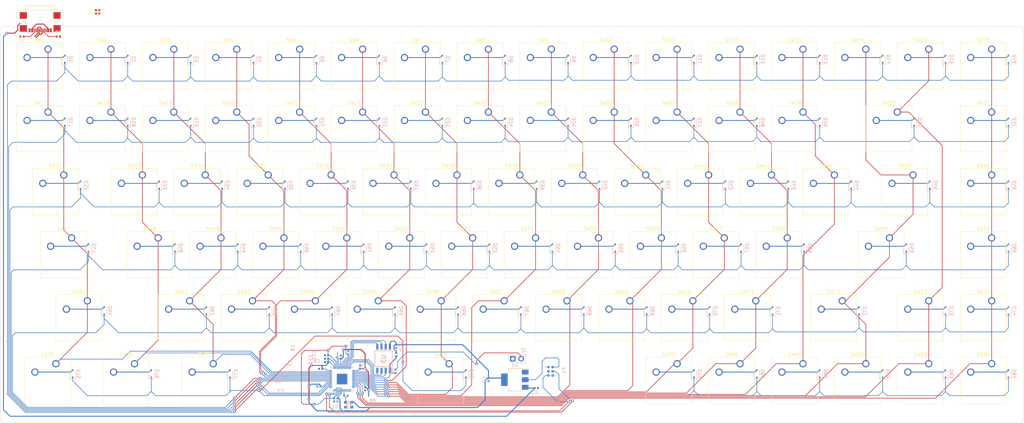
<source format=kicad_pcb>
(kicad_pcb (version 20221018) (generator pcbnew)
  (layers (0 "F.Cu" signal) (31 "B.Cu" signal) (34 "B.Paste" user) (35 "F.Paste" user) (36 "B.SilkS" user "B.Silkscreen") (37 "F.SilkS" user "F.Silkscreen") (38 "B.Mask" user) (39 "F.Mask" user) (44 "Edge.Cuts" user))
  (net 0 "")
  (net 1 "+5V")
  (net 2 "GND")
  (net 3 "+3.3V")
  (net 4 "+1V1")
  (net 5 "XIN")
  (net 6 "ROW0")
  (net 7 "Net-(D1-A)")
  (net 8 "Net-(D2-A)")
  (net 9 "Net-(D3-A)")
  (net 10 "Net-(D4-A)")
  (net 11 "Net-(D5-A)")
  (net 12 "Net-(D6-A)")
  (net 13 "Net-(D7-A)")
  (net 14 "Net-(D8-A)")
  (net 15 "Net-(D9-A)")
  (net 16 "Net-(D10-A)")
  (net 17 "Net-(D11-A)")
  (net 18 "Net-(D12-A)")
  (net 19 "Net-(D13-A)")
  (net 20 "Net-(D14-A)")
  (net 21 "Net-(D15-A)")
  (net 22 "Net-(D16-A)")
  (net 23 "ROW1")
  (net 24 "Net-(D17-A)")
  (net 25 "Net-(D18-A)")
  (net 26 "Net-(D19-A)")
  (net 27 "Net-(D20-A)")
  (net 28 "Net-(D21-A)")
  (net 29 "Net-(D22-A)")
  (net 30 "Net-(D23-A)")
  (net 31 "Net-(D24-A)")
  (net 32 "Net-(D25-A)")
  (net 33 "Net-(D26-A)")
  (net 34 "Net-(D27-A)")
  (net 35 "Net-(D28-A)")
  (net 36 "Net-(D29-A)")
  (net 37 "Net-(D30-A)")
  (net 38 "Net-(D31-A)")
  (net 39 "ROW2")
  (net 40 "Net-(D32-A)")
  (net 41 "Net-(D33-A)")
  (net 42 "Net-(D34-A)")
  (net 43 "Net-(D35-A)")
  (net 44 "Net-(D36-A)")
  (net 45 "Net-(D37-A)")
  (net 46 "Net-(D38-A)")
  (net 47 "Net-(D39-A)")
  (net 48 "Net-(D40-A)")
  (net 49 "Net-(D41-A)")
  (net 50 "Net-(D42-A)")
  (net 51 "Net-(D43-A)")
  (net 52 "Net-(D44-A)")
  (net 53 "Net-(D45-A)")
  (net 54 "Net-(D46-A)")
  (net 55 "ROW3")
  (net 56 "Net-(D47-A)")
  (net 57 "Net-(D48-A)")
  (net 58 "Net-(D49-A)")
  (net 59 "Net-(D50-A)")
  (net 60 "Net-(D51-A)")
  (net 61 "Net-(D52-A)")
  (net 62 "Net-(D53-A)")
  (net 63 "Net-(D54-A)")
  (net 64 "Net-(D55-A)")
  (net 65 "Net-(D56-A)")
  (net 66 "Net-(D57-A)")
  (net 67 "Net-(D58-A)")
  (net 68 "Net-(D59-A)")
  (net 69 "Net-(D60-A)")
  (net 70 "ROW4")
  (net 71 "Net-(D61-A)")
  (net 72 "Net-(D62-A)")
  (net 73 "Net-(D63-A)")
  (net 74 "Net-(D64-A)")
  (net 75 "Net-(D65-A)")
  (net 76 "Net-(D66-A)")
  (net 77 "Net-(D67-A)")
  (net 78 "Net-(D68-A)")
  (net 79 "Net-(D69-A)")
  (net 80 "Net-(D70-A)")
  (net 81 "Net-(D71-A)")
  (net 82 "Net-(D72-A)")
  (net 83 "Net-(D73-A)")
  (net 84 "Net-(D74-A)")
  (net 85 "ROW5")
  (net 86 "Net-(D75-A)")
  (net 87 "Net-(D76-A)")
  (net 88 "Net-(D77-A)")
  (net 89 "Net-(D78-A)")
  (net 90 "Net-(D79-A)")
  (net 91 "Net-(D80-A)")
  (net 92 "Net-(D81-A)")
  (net 93 "Net-(D82-A)")
  (net 94 "Net-(D83-A)")
  (net 95 "Net-(D84-A)")
  (net 96 "Net-(J1-CC1)")
  (net 97 "Net-(J1-DP1)")
  (net 98 "Net-(J1-DN1)")
  (net 100 "Net-(J1-CC2)")
  (net 102 "Net-(J2-Pin_2)")
  (net 103 "SWDIO")
  (net 105 "SWCLK")
  (net 107 "D-")
  (net 108 "D+")
  (net 109 "QSPI_CS")
  (net 110 "XOUT")
  (net 111 "COL0")
  (net 112 "COL1")
  (net 113 "COL2")
  (net 114 "COL3")
  (net 115 "COL4")
  (net 116 "COL5")
  (net 117 "COL6")
  (net 118 "COL7")
  (net 119 "COL8")
  (net 120 "COL9")
  (net 121 "COL10")
  (net 122 "COL11")
  (net 123 "COL12")
  (net 124 "COL13")
  (net 125 "COL14")
  (net 126 "COL15")
  (net 130 "QSPI_IO3")
  (net 131 "QPSI_CLK")
  (net 132 "QSPI_IO0")
  (net 133 "QSPI_IO2")
  (net 134 "QSPI_IO1")
  (net 135 "Net-(Y1-OUTPUT)")
  (footprint "Button_Switch_Keyboard:SW_Cherry_MX_1.00u_PCB" (layer "F.Cu") (at 153.119375 86.935375)
    (fp_text reference "SW34")
    (fp_text value "W")
  )
  (footprint "Resistor_SMD:R_0402_1005Metric" (layer "F.Cu") (at 97.59 45 180)
    (fp_text reference "R2")
    (fp_text value "5.1k")
  )
  (footprint "Button_Switch_Keyboard:SW_Cherry_MX_1.00u_PCB" (layer "F.Cu") (at 200.744375 67.885375)
    (fp_text reference "SW22")
    (fp_text value "5")
  )
  (footprint "Button_Switch_Keyboard:SW_Cherry_MX_1.00u_PCB" (layer "F.Cu") (at 186.456875 125.035375)
    (fp_text reference "SW64")
    (fp_text value "C")
  )
  (footprint "Button_Switch_Keyboard:SW_Cherry_MX_1.00u_PCB" (layer "F.Cu") (at 148.356875 125.035375)
    (fp_text reference "SW62")
    (fp_text value "Z")
  )
  (footprint "Button_Switch_Keyboard:SW_Cherry_MX_1.00u_PCB" (layer "F.Cu") (at 334.094375 144.085375)
    (fp_text reference "SW81")
    (fp_text value "RCTRL")
  )
  (footprint "Button_Switch_Keyboard:SW_Cherry_MX_1.00u_PCB" (layer "F.Cu") (at 215.031875 105.985375)
    (fp_text reference "SW52")
    (fp_text value "G")
  )
  (footprint "Button_Switch_Keyboard:SW_Cherry_MX_2.25u_PCB" (layer "F.Cu") (at 117.400625 125.035375)
    (fp_text reference "SW61")
    (fp_text value "LSHIFT")
  )
  (footprint "Button_Switch_Keyboard:SW_Cherry_MX_1.00u_PCB" (layer "F.Cu") (at 372.194375 48.835375)
    (fp_text reference "SW15")
    (fp_text value "PAUSE")
  )
  (footprint "Button_Switch_Keyboard:SW_Cherry_MX_1.00u_PCB" (layer "F.Cu") (at 353.144375 48.835375)
    (fp_text reference "SW14")
    (fp_text value "PRTSC")
  )
  (footprint "Button_Switch_Keyboard:SW_Cherry_MX_1.00u_PCB" (layer "F.Cu") (at 200.744375 48.835375)
    (fp_text reference "SW6")
    (fp_text value "F5")
  )
  (footprint "Button_Switch_Keyboard:SW_Cherry_MX_1.00u_PCB" (layer "F.Cu") (at 343.619375 86.935375)
    (fp_text reference "SW44")
    (fp_text value "RSQBRKT")
  )
  (footprint "Button_Switch_Keyboard:SW_Cherry_MX_1.00u_PCB" (layer "F.Cu") (at 276.944375 48.835375)
    (fp_text reference "SW10")
    (fp_text value "F9")
  )
  (footprint "Button_Switch_Keyboard:SW_Cherry_MX_1.00u_PCB" (layer "F.Cu") (at 372.194375 125.035375)
    (fp_text reference "SW73")
    (fp_text value "UP")
  )
  (footprint "Button_Switch_Keyboard:SW_Cherry_MX_1.00u_PCB" (layer "F.Cu") (at 181.694375 67.885375)
    (fp_text reference "SW21")
    (fp_text value "4")
  )
  (footprint "Button_Switch_Keyboard:SW_Cherry_MX_1.00u_PCB" (layer "F.Cu") (at 138.831875 105.985375)
    (fp_text reference "SW48")
    (fp_text value "A")
  )
  (footprint "Button_Switch_Keyboard:SW_Cherry_MX_1.50u_PCB" (layer "F.Cu") (at 367.431875 86.935375)
    (fp_text reference "SW45")
    (fp_text value "BACKSLASH")
  )
  (footprint "Button_Switch_Keyboard:SW_Cherry_MX_1.00u_PCB" (layer "F.Cu") (at 229.319375 86.935375)
    (fp_text reference "SW38")
    (fp_text value "Y")
  )
  (footprint "Button_Switch_Keyboard:SW_Cherry_MX_1.25u_PCB" (layer "F.Cu") (at 155.500625 144.085375)
    (fp_text reference "SW77")
    (fp_text value "LALT")
  )
  (footprint "Button_Switch_Keyboard:SW_Cherry_MX_1.00u_PCB" (layer "F.Cu") (at 162.644375 48.835375)
    (fp_text reference "SW4")
    (fp_text value "F3")
  )
  (footprint "Button_Switch_Keyboard:SW_Cherry_MX_2.00u_PCB" (layer "F.Cu") (at 362.669375 67.885375)
    (fp_text reference "SW30")
    (fp_text value "BKSPACE")
  )
  (footprint "Button_Switch_Keyboard:SW_Cherry_MX_1.00u_PCB" (layer "F.Cu") (at 224.556875 125.035375)
    (fp_text reference "SW66")
    (fp_text value "B")
  )
  (footprint "Button_Switch_Keyboard:SW_Cherry_MX_1.00u_PCB" (layer "F.Cu") (at 353.144375 144.085375)
    (fp_text reference "SW82")
    (fp_text value "LEFT")
  )
  (footprint "Button_Switch_Keyboard:SW_Cherry_MX_1.00u_PCB" (layer "F.Cu") (at 219.794375 48.835375)
    (fp_text reference "SW7")
    (fp_text value "F6")
  )
  (footprint "Button_Switch_Keyboard:SW_Cherry_MX_1.75u_PCB" (layer "F.Cu") (at 112.638125 105.985375)
    (fp_text reference "SW47")
    (fp_text value "CAPSLK")
  )
  (footprint "Button_Switch_Keyboard:SW_Cherry_MX_1.00u_PCB" (layer "F.Cu") (at 195.981875 105.985375)
    (fp_text reference "SW51")
    (fp_text value "F")
  )
  (footprint "Button_Switch_Keyboard:SW_Cherry_MX_1.00u_PCB" (layer "F.Cu") (at 391.244375 86.935375)
    (fp_text reference "SW46")
    (fp_text value "PGUP")
  )
  (footprint "Button_Switch_Keyboard:SW_Cherry_MX_1.00u_PCB" (layer "F.Cu") (at 257.894375 48.835375)
    (fp_text reference "SW9")
    (fp_text value "F8")
  )
  (footprint "Button_Switch_Keyboard:SW_Cherry_MX_1.00u_PCB" (layer "F.Cu") (at 391.244375 67.885375)
    (fp_text reference "SW31")
    (fp_text value "HOME")
  )
  (footprint "Button_Switch_Keyboard:SW_Cherry_MX_1.00u_PCB" (layer "F.Cu") (at 276.944375 67.885375)
    (fp_text reference "SW26")
    (fp_text value "9")
  )
  (footprint "Button_Switch_Keyboard:SW_Cherry_MX_1.00u_PCB" (layer "F.Cu") (at 272.181875 105.985375)
    (fp_text reference "SW55")
    (fp_text value "K")
  )
  (footprint "Button_Switch_Keyboard:SW_Cherry_MX_1.50u_PCB" (layer "F.Cu") (at 110.256875 86.935375)
    (fp_text reference "SW32")
    (fp_text value "TAB")
  )
  (footprint "Button_Switch_Keyboard:SW_Cherry_MX_1.00u_PCB" (layer "F.Cu") (at 305.519375 86.935375)
    (fp_text reference "SW42")
    (fp_text value "P")
  )
  (footprint "Button_Switch_Keyboard:SW_Cherry_MX_1.00u_PCB" (layer "F.Cu") (at 310.281875 105.985375)
    (fp_text reference "SW57")
    (fp_text value "SEMICOLON")
  )
  (footprint "Button_Switch_Keyboard:SW_Cherry_MX_1.00u_PCB" (layer "F.Cu") (at 300.756875 125.035375)
    (fp_text reference "SW70")
    (fp_text value "PERIOD")
  )
  (footprint "Button_Switch_Keyboard:SW_Cherry_MX_1.00u_PCB" (layer "F.Cu") (at 105.494375 48.835375)
    (fp_text reference "SW1")
    (fp_text value "ESC")
  )
  (footprint "Button_Switch_Keyboard:SW_Cherry_MX_1.00u_PCB" (layer "F.Cu") (at 334.094375 67.885375)
    (fp_text reference "SW29")
    (fp_text value "EQUALS")
  )
  (footprint "Button_Switch_Keyboard:SW_Cherry_MX_1.00u_PCB" (layer "F.Cu") (at 243.606875 125.035375)
    (fp_text reference "SW67")
    (fp_text value "N")
  )
  (footprint "Button_Switch_Keyboard:SW_Cherry_MX_1.00u_PCB" (layer "F.Cu") (at 391.244375 48.835375)
    (fp_text reference "SW16")
    (fp_text value "DEL")
  )
  (footprint "Button_Switch_Keyboard:SW_Cherry_MX_1.00u_PCB" (layer "F.Cu") (at 176.931875 105.985375)
    (fp_text reference "SW50")
    (fp_text value "D")
  )
  (footprint "Button_Switch_Keyboard:SW_Cherry_MX_1.00u_PCB" (layer "F.Cu") (at 172.169375 86.935375)
    (fp_text reference "SW35")
    (fp_text value "E")
  )
  (footprint "Button_Switch_Keyboard:SW_Cherry_MX_1.00u_PCB" (layer "F.Cu") (at 315.044375 67.885375)
    (fp_text reference "SW28")
    (fp_text value "DASH")
  )
  (footprint "Button_Switch_Keyboard:SW_Cherry_MX_1.00u_PCB" (layer "F.Cu") (at 167.406875 125.035375)
    (fp_text reference "SW63")
    (fp_text value "X")
  )
  (footprint "Button_Switch_Keyboard:SW_Cherry_MX_1.00u_PCB" (layer "F.Cu") (at 267.419375 86.935375)
    (fp_text reference "SW40")
    (fp_text value "I")
  )
  (footprint "Button_Switch_Keyboard:SW_Cherry_MX_1.25u_PCB" (layer "F.Cu") (at 107.875625 144.085375)
    (fp_text reference "SW75")
    (fp_text value "LCTRL")
  )
  (footprint "Button_Switch_Keyboard:SW_Cherry_MX_1.00u_PCB" (layer "F.Cu") (at 295.994375 48.835375)
    (fp_text reference "SW11")
    (fp_text value "F10")
  )
  (footprint "Button_Switch_Keyboard:SW_Cherry_MX_1.00u_PCB" (layer "F.Cu") (at 372.194375 144.085375)
    (fp_text reference "SW83")
    (fp_text value "DOWN")
  )
  (footprint "Button_Switch_Keyboard:SW_Cherry_MX_1.00u_PCB" (layer "F.Cu") (at 319.806875 125.035375)
    (fp_text reference "SW71")
    (fp_text value "FWDSLASH")
  )
  (footprint "Button_Switch_Keyboard:SW_Cherry_MX_1.00u_PCB" (layer "F.Cu") (at 134.069375 86.935375)
    (fp_text reference "SW33")
    (fp_text value "Q")
  )
  (footprint "Button_Switch_Keyboard:SW_Cherry_MX_1.00u_PCB" (layer "F.Cu") (at 205.506875 125.035375)
    (fp_text reference "SW65")
    (fp_text value "V")
  )
  (footprint "Button_Switch_Keyboard:SW_Cherry_MX_1.00u_PCB" (layer "F.Cu") (at 253.131875 105.985375)
    (fp_text reference "SW54")
    (fp_text value "J")
  )
  (footprint "Button_Switch_Keyboard:SW_Cherry_MX_1.00u_PCB" (layer "F.Cu") (at 329.331875 105.985375)
    (fp_text reference "SW58")
    (fp_text value "QUOTE")
  )
  (footprint "Button_Switch_Keyboard:SW_Cherry_MX_1.00u_PCB" (layer "F.Cu") (at 181.694375 48.835375)
    (fp_text reference "SW5")
    (fp_text value "F4")
  )
  (footprint "Button_Switch_Keyboard:SW_Cherry_MX_1.00u_PCB" (layer "F.Cu") (at 281.706875 125.035375)
    (fp_text reference "SW69")
    (fp_text value "COMMA")
  )
  (footprint "Resistor_SMD:R_0402_1005Metric" (layer "F.Cu") (at 121.016 37.51 90)
    (fp_text reference "R3")
    (fp_text value "27" hide)
  )
  (footprint "Button_Switch_Keyboard:SW_Cherry_MX_1.00u_PCB" (layer "F.Cu") (at 286.469375 86.935375)
    (fp_text reference "SW41")
    (fp_text value "O")
  )
  (footprint "Button_Switch_Keyboard:SW_Cherry_MX_1.00u_PCB" (layer "F.Cu") (at 262.656875 125.035375)
    (fp_text reference "SW68")
    (fp_text value "M")
  )
  (footprint "Button_Switch_Keyboard:SW_Cherry_MX_1.25u_PCB" (layer "F.Cu") (at 131.688125 144.085375)
    (fp_text reference "SW76")
    (fp_text value "LWIN")
  )
  (footprint "Button_Switch_Keyboard:SW_Cherry_MX_1.00u_PCB" (layer "F.Cu") (at 105.494375 67.885375)
    (fp_text reference "SW17")
    (fp_text value "GRAVE")
  )
  (footprint "Button_Switch_Keyboard:SW_Cherry_MX_1.00u_PCB" (layer "F.Cu") (at 391.244375 105.985375)
    (fp_text reference "SW60")
    (fp_text value "PGDN")
  )
  (footprint "Button_Switch_Keyboard:SW_Cherry_MX_1.00u_PCB" (layer "F.Cu") (at 315.044375 144.085375)
    (fp_text reference "SW80")
    (fp_text value "FN")
  )
  (footprint "Button_Switch_Keyboard:SW_Cherry_MX_1.00u_PCB" (layer "F.Cu") (at 334.094375 48.835375)
    (fp_text reference "SW13")
    (fp_text value "F12")
  )
  (footprint "Button_Switch_Keyboard:SW_Cherry_MX_1.00u_PCB" (layer "F.Cu") (at 291.231875 105.985375)
    (fp_text reference "SW56")
    (fp_text value "L")
  )
  (footprint "Button_Switch_Keyboard:SW_Cherry_MX_1.00u_PCB" (layer "F.Cu") (at 238.844375 67.885375)
    (fp_text reference "SW24")
    (fp_text value "7")
  )
  (footprint "Button_Switch_Keyboard:SW_Cherry_MX_1.00u_PCB" (layer "F.Cu") (at 238.844375 48.835375)
    (fp_text reference "SW8")
    (fp_text value "F7")
  )
  (footprint "Button_Switch_Keyboard:SW_Cherry_MX_1.00u_PCB" (layer "F.Cu") (at 248.369375 86.935375)
    (fp_text reference "SW39")
    (fp_text value "U")
  )
  (footprint "Button_Switch_Keyboard:SW_Cherry_MX_1.00u_PCB" (layer "F.Cu") (at 124.544375 67.885375)
    (fp_text reference "SW18")
    (fp_text value "1")
  )
  (footprint "Button_Switch_Keyboard:SW_Cherry_MX_1.00u_PCB" (layer "F.Cu") (at 157.881875 105.985375)
    (fp_text reference "SW49")
    (fp_text value "S")
  )
  (footprint "Button_Switch_Keyboard:SW_Cherry_MX_1.00u_PCB" (layer "F.Cu") (at 219.794375 67.885375)
    (fp_text reference "SW23")
    (fp_text value "6")
  )
  (footprint "Button_Switch_Keyboard:SW_Cherry_MX_1.00u_PCB" (layer "F.Cu") (at 391.244375 125.035375)
    (fp_text reference "SW74")
    (fp_text value "END")
  )
  (footprint "Button_Switch_Keyboard:SW_Cherry_MX_1.00u_PCB" (layer "F.Cu") (at 124.544375 48.835375)
    (fp_text reference "SW2")
    (fp_text value "F1")
  )
  (footprint "Button_Switch_Keyboard:SW_Cherry_MX_1.00u_PCB" (layer "F.Cu") (at 315.044375 48.835375)
    (fp_text reference "SW12")
    (fp_text value "F11")
  )
  (footprint "Button_Switch_Keyboard:SW_Cherry_MX_1.00u_PCB" (layer "F.Cu") (at 234.081875 105.985375)
    (fp_text reference "SW53")
    (fp_text value "H")
  )
  (footprint "Button_Switch_Keyboard:SW_Cherry_MX_1.00u_PCB" (layer "F.Cu") (at 162.644375 67.885375)
    (fp_text reference "SW20")
    (fp_text value "3")
  )
  (footprint "Button_Switch_Keyboard:SW_Cherry_MX_1.00u_PCB" (layer "F.Cu") (at 210.269375 86.935375)
    (fp_text reference "SW37")
    (fp_text value "T")
  )
  (footprint "Resistor_SMD:R_0402_1005Metric" (layer "F.Cu") (at 120 37.51 90)
    (fp_text reference "R4")
    (fp_text value "27" hide)
  )
  (footprint "Button_Switch_Keyboard:SW_Cherry_MX_1.00u_PCB" (layer "F.Cu") (at 295.994375 144.085375)
    (fp_text reference "SW79")
    (fp_text value "RALT")
  )
  (footprint "Button_Switch_Keyboard:SW_Cherry_MX_1.00u_PCB" (layer "F.Cu") (at 191.219375 86.935375)
    (fp_text reference "SW36")
    (fp_text value "R")
  )
  (footprint "Button_Switch_Keyboard:SW_Cherry_MX_1.00u_PCB" (layer "F.Cu") (at 295.994375 67.885375)
    (fp_text reference "SW27")
    (fp_text value "0")
  )
  (footprint "Button_Switch_Keyboard:SW_Cherry_MX_1.00u_PCB" (layer "F.Cu") (at 257.894375 67.885375)
    (fp_text reference "SW25")
    (fp_text value "8")
  )
  (footprint "Resistor_SMD:R_0402_1005Metric" (layer "F.Cu") (at 108.63 45)
    (fp_text reference "R1")
    (fp_text value "5.1k")
  )
  (footprint "Button_Switch_Keyboard:SW_Cherry_MX_6.25u_PCB" (layer "F.Cu") (at 226.938125 144.085375)
    (fp_text reference "SW78")
    (fp_text value "SPACE")
  )
  (footprint "Button_Switch_Keyboard:SW_Cherry_MX_2.25u_PCB" (layer "F.Cu") (at 360.288125 105.985375)
    (fp_text reference "SW59")
    (fp_text value "RETURN")
  )
  (footprint "1A_Connectors:GCT_USB4110GFA" (layer "F.Cu") (at 103.11 42.0625 180)
    (fp_text reference "J1")
    (fp_text value "USB4110-GF-A")
  )
  (footprint "Button_Switch_Keyboard:SW_Cherry_MX_1.00u_PCB" (layer "F.Cu") (at 143.594375 48.835375)
    (fp_text reference "SW3")
    (fp_text value "F2")
  )
  (footprint "Button_Switch_Keyboard:SW_Cherry_MX_1.75u_PCB" (layer "F.Cu") (at 346.000625 125.035375)
    (fp_text reference "SW72")
    (fp_text value "RSHIFT")
  )
  (footprint "Button_Switch_Keyboard:SW_Cherry_MX_1.00u_PCB" (layer "F.Cu") (at 391.244375 144.085375)
    (fp_text reference "SW84")
    (fp_text value "RIGHT")
  )
  (footprint "Button_Switch_Keyboard:SW_Cherry_MX_1.00u_PCB" (layer "F.Cu") (at 143.594375 67.885375)
    (fp_text reference "SW19")
    (fp_text value "2")
  )
  (footprint "Button_Switch_Keyboard:SW_Cherry_MX_1.00u_PCB" (layer "F.Cu") (at 324.569375 86.935375)
    (fp_text reference "SW43")
    (fp_text value "LSQBRKT")
  )
  (footprint "Diode_SMD:D_SOD-323F" (layer "B.Cu") (at 153.436875 128.065375 90)
    (fp_text reference "D62")
    (fp_text value "D")
  )
  (footprint "Diode_SMD:D_SOD-323F" (layer "B.Cu") (at 377.274375 51.865375 90)
    (fp_text reference "D15")
    (fp_text value "D")
  )
  (footprint "Capacitor_SMD:C_0402_1005Metric" (layer "B.Cu") (at 189.813375 141.564375 180)
    (fp_text reference "C13")
    (fp_text value "1uF" hide)
  )
  (footprint "Diode_SMD:D_SOD-323F" (layer "B.Cu") (at 205.824375 51.865375 90)
    (fp_text reference "D6")
    (fp_text value "D")
  )
  (footprint "Capacitor_SMD:C_0402_1005Metric" (layer "B.Cu") (at 196.445375 140.802375 90)
    (fp_text reference "C11")
    (fp_text value "100nF" hide)
  )
  (footprint "Capacitor_SMD:C_0402_1005Metric" (layer "B.Cu") (at 200.001375 145.092375 90)
    (fp_text reference "C4")
    (fp_text value "100nF" hide)
  )
  (footprint "Diode_SMD:D_SOD-323F" (layer "B.Cu") (at 377.274375 147.115375 90)
    (fp_text reference "D83")
    (fp_text value "D")
  )
  (footprint "Capacitor_SMD:C_0402_1005Metric" (layer "B.Cu") (at 238.863375 148.902375 -90)
    (fp_text reference "C2")
    (fp_text value "10uF")
  )
  (footprint "Diode_SMD:D_SOD-323F" (layer "B.Cu") (at 224.874375 70.915375 90)
    (fp_text reference "D23")
    (fp_text value "D")
  )
  (footprint "Diode_SMD:D_SOD-323F" (layer "B.Cu") (at 339.174375 70.915375 90)
    (fp_text reference "D29")
    (fp_text value "D")
  )
  (footprint "Diode_SMD:D_SOD-323F" (layer "B.Cu") (at 205.824375 70.915375 90)
    (fp_text reference "D22")
    (fp_text value "D")
  )
  (footprint "Diode_SMD:D_SOD-323F" (layer "B.Cu") (at 315.361875 109.015375 90)
    (fp_text reference "D57")
    (fp_text value "D")
  )
  (footprint "Diode_SMD:D_SOD-323F" (layer "B.Cu") (at 396.324375 109.015375 90)
    (fp_text reference "D60")
    (fp_text value "D")
  )
  (footprint "Diode_SMD:D_SOD-323F" (layer "B.Cu") (at 158.199375 89.965375 90)
    (fp_text reference "D34")
    (fp_text value "D")
  )
  (footprint "Diode_SMD:D_SOD-323F" (layer "B.Cu") (at 396.324375 51.865375 90)
    (fp_text reference "D16")
    (fp_text value "D")
  )
  (footprint "Diode_SMD:D_SOD-323F" (layer "B.Cu") (at 339.174375 147.115375 90)
    (fp_text reference "D81")
    (fp_text value "D")
  )
  (footprint "Diode_SMD:D_SOD-323F" (layer "B.Cu") (at 329.649375 89.965375 90)
    (fp_text reference "D43")
    (fp_text value "D")
  )
  (footprint "Diode_SMD:D_SOD-323F" (layer "B.Cu") (at 296.311875 109.015375 90)
    (fp_text reference "D56")
    (fp_text value "D")
  )
  (footprint "Diode_SMD:D_SOD-323F" (layer "B.Cu") (at 229.636875 128.065375 90)
    (fp_text reference "D66")
    (fp_text value "D")
  )
  (footprint "Package_DFN_QFN:QFN-56-1EP_7x7mm_P0.4mm_EP3.2x3.2mm" (layer "B.Cu") (at 194.531875 148.730375 180)
    (fp_text reference "U1")
    (fp_text value "RP2040" hide)
  )
  (footprint "Diode_SMD:D_SOD-323F" (layer "B.Cu") (at 243.924375 70.915375 90)
    (fp_text reference "D24")
    (fp_text value "D")
  )
  (footprint "Diode_SMD:D_SOD-323F" (layer "B.Cu") (at 334.411875 109.015375 90)
    (fp_text reference "D58")
    (fp_text value "D")
  )
  (footprint "Capacitor_SMD:C_0402_1005Metric" (layer "B.Cu") (at 210.923375 138.798375 -90)
    (fp_text reference "C14")
    (fp_text value "100nF" hide)
  )
  (footprint "Diode_SMD:D_SOD-323F" (layer "B.Cu") (at 167.724375 51.865375 90)
    (fp_text reference "D4")
    (fp_text value "D")
  )
  (footprint "Capacitor_SMD:C_0402_1005Metric" (layer "B.Cu") (at 201.525375 151.696375 -90)
    (fp_text reference "C5")
    (fp_text value "100nF" hide)
  )
  (footprint "Diode_SMD:D_SOD-323F" (layer "B.Cu") (at 351.080625 128.065375 90)
    (fp_text reference "D72")
    (fp_text value "D")
  )
  (footprint "Diode_SMD:D_SOD-323F" (layer "B.Cu") (at 262.974375 51.865375 90)
    (fp_text reference "D9")
    (fp_text value "D")
  )
  (footprint "Diode_SMD:D_SOD-323F" (layer "B.Cu") (at 377.274375 128.065375 90)
    (fp_text reference "D73")
    (fp_text value "D")
  )
  (footprint "Diode_SMD:D_SOD-323F" (layer "B.Cu") (at 358.224375 51.865375 90)
    (fp_text reference "D14")
    (fp_text value "D")
  )
  (footprint "Diode_SMD:D_SOD-323F" (layer "B.Cu") (at 232.018125 147.115375 90)
    (fp_text reference "D78")
    (fp_text value "D")
  )
  (footprint "Diode_SMD:D_SOD-323F" (layer "B.Cu") (at 396.324375 147.115375 90)
    (fp_text reference "D84")
    (fp_text value "D")
  )
  (footprint "Diode_SMD:D_SOD-323F" (layer "B.Cu") (at 267.736875 128.065375 90)
    (fp_text reference "D68")
    (fp_text value "D")
  )
  (footprint "Diode_SMD:D_SOD-323F" (layer "B.Cu") (at 277.261875 109.015375 90)
    (fp_text reference "D55")
    (fp_text value "D")
  )
  (footprint "Diode_SMD:D_SOD-323F" (layer "B.Cu") (at 210.586875 128.065375 90)
    (fp_text reference "D65")
    (fp_text value "D")
  )
  (footprint "Diode_SMD:D_SOD-323F" (layer "B.Cu") (at 117.718125 109.015375 90)
    (fp_text reference "D47")
    (fp_text value "D")
  )
  (footprint "Diode_SMD:D_SOD-323F" (layer "B.Cu") (at 253.449375 89.965375 90)
    (fp_text reference "D39")
    (fp_text value "D")
  )
  (footprint "Diode_SMD:D_SOD-323F" (layer "B.Cu") (at 112.955625 147.115375 90)
    (fp_text reference "D75")
    (fp_text value "D")
  )
  (footprint "Resistor_SMD:R_0402_1005Metric" (layer "B.Cu") (at 195.685375 153.756375)
    (fp_text reference "R8")
    (fp_text value "1k" hide)
  )
  (footprint "Diode_SMD:D_SOD-323F" (layer "B.Cu") (at 320.124375 147.115375 90)
    (fp_text reference "D80")
    (fp_text value "D")
  )
  (footprint "Diode_SMD:D_SOD-323F" (layer "B.Cu") (at 129.624375 70.915375 90)
    (fp_text reference "D18")
    (fp_text value "D")
  )
  (footprint "1A_ICs:AT25SF128A-SHB-T" (layer "B.Cu") (at 207.113375 142.580375 90)
    (fp_text reference "U3")
    (fp_text value "AT25SF128A-SHB-T" hide)
  )
  (footprint "Diode_SMD:D_SOD-323F" (layer "B.Cu") (at 358.224375 147.115375 90)
    (fp_text reference "D82")
    (fp_text value "D")
  )
  (footprint "Diode_SMD:D_SOD-323F" (layer "B.Cu") (at 115.336875 89.965375 90)
    (fp_text reference "D32")
    (fp_text value "D")
  )
  (footprint "Diode_SMD:D_SOD-323F" (layer "B.Cu") (at 272.499375 89.965375 90)
    (fp_text reference "D40")
    (fp_text value "D")
  )
  (footprint "Diode_SMD:D_SOD-323F" (layer "B.Cu") (at 320.124375 51.865375 90)
    (fp_text reference "D12")
    (fp_text value "D")
  )
  (footprint "Diode_SMD:D_SOD-323F" (layer "B.Cu") (at 239.161875 109.015375 90)
    (fp_text reference "D53")
    (fp_text value "D")
  )
  (footprint "Diode_SMD:D_SOD-323F" (layer "B.Cu") (at 186.774375 70.915375 90)
    (fp_text reference "D21")
    (fp_text value "D")
  )
  (footprint "Capacitor_SMD:C_0402_1005Metric" (layer "B.Cu") (at 188.035375 145.628375 180)
    (fp_text reference "C6")
    (fp_text value "100nF" hide)
  )
  (footprint "Diode_SMD:D_SOD-323F" (layer "B.Cu") (at 396.324375 128.065375 90)
    (fp_text reference "D74")
    (fp_text value "D")
  )
  (footprint "Diode_SMD:D_SOD-323F" (layer "B.Cu") (at 191.536875 128.065375 90)
    (fp_text reference "D64")
    (fp_text value "D")
  )
  (footprint "Resistor_SMD:R_0402_1005Metric" (layer "B.Cu") (at 210.923375 141.310375 -90)
    (fp_text reference "R5" hide)
    (fp_text value "10k" hide)
  )
  (footprint "Diode_SMD:D_SOD-323F" (layer "B.Cu") (at 110.574375 70.915375 90)
    (fp_text reference "D17")
    (fp_text value "D")
  )
  (footprint "Capacitor_SMD:C_0402_1005Metric" (layer "B.Cu") (at 193.143375 155.054375 -90)
    (fp_text reference "C8")
    (fp_text value "100nF" hide)
  )
  (footprint "Diode_SMD:D_SOD-323F" (layer "B.Cu") (at 160.580625 147.115375 90)
    (fp_text reference "D77")
    (fp_text value "D")
  )
  (footprint "Diode_SMD:D_SOD-323F" (layer "B.Cu") (at 243.924375 51.865375 90)
    (fp_text reference "D8")
    (fp_text value "D")
  )
  (footprint "Diode_SMD:D_SOD-323F" (layer "B.Cu") (at 348.699375 89.965375 90)
    (fp_text reference "D44")
    (fp_text value "D")
  )
  (footprint "Package_TO_SOT_SMD:SOT-223-3_TabPin2" (layer "B.Cu") (at 246.839375 148.930375 180)
    (fp_text reference "U2")
    (fp_text value "NCP1117-3.3_SOT223" hide)
  )
  (footprint "Capacitor_SMD:C_0402_1005Metric" (layer "B.Cu") (at 194.159375 142.100375 90)
    (fp_text reference "C7")
    (fp_text value "100nF" hide)
  )
  (footprint "Diode_SMD:D_SOD-323F" (layer "B.Cu") (at 248.686875 128.065375 90)
    (fp_text reference "D67")
    (fp_text value "D")
  )
  (footprint "1A_Connectors:TC2030-IDC-NL" (layer "B.Cu") (at 257.660375 146.390375 -90)
    (fp_text reference "P1")
    (fp_text value "TC2030-CTX" hide)
  )
  (footprint "Diode_SMD:D_SOD-323F" (layer "B.Cu") (at 177.249375 89.965375 90)
    (fp_text reference "D35")
    (fp_text value "D")
  )
  (footprint "Diode_SMD:D_SOD-323F" (layer "B.Cu") (at 262.974375 70.915375 90)
    (fp_text reference "D25")
    (fp_text value "D")
  )
  (footprint "Connector_PinHeader_2.54mm:PinHeader_1x02_P2.54mm_Vertical" (layer "B.Cu") (at 246.224375 142.580375 -90)
    (fp_text reference "J2")
    (fp_text value "USB_BOOT")
  )
  (footprint "Diode_SMD:D_SOD-323F" (layer "B.Cu") (at 365.368125 109.015375 90)
    (fp_text reference "D59")
    (fp_text value "D")
  )
  (footprint "Capacitor_SMD:C_0402_1005Metric" (layer "B.Cu") (at 187.527375 150.962375 180)
    (fp_text reference "C3")
    (fp_text value "100nF" hide)
  )
  (footprint "Capacitor_SMD:C_0402_1005Metric" (layer "B.Cu") (at 192.127375 155.054375 -90)
    (fp_text reference "C12")
    (fp_text value "100nF" hide)
  )
  (footprint "Diode_SMD:D_SOD-323F" (layer "B.Cu") (at 234.399375 89.965375 90)
    (fp_text reference "D38")
    (fp_text value "D")
  )
  (footprint "Diode_SMD:D_SOD-323F" (layer "B.Cu") (at 286.786875 128.065375 90)
    (fp_text reference "D69")
    (fp_text value "D")
  )
  (footprint "Diode_SMD:D_SOD-323F" (layer "B.Cu") (at 301.074375 51.865375 90)
    (fp_text reference "D11")
    (fp_text value "D")
  )
  (footprint "Diode_SMD:D_SOD-323F" (layer "B.Cu") (at 305.836875 128.065375 90)
    (fp_text reference "D70")
    (fp_text value "D")
  )
  (footprint "Capacitor_SMD:C_0402_1005Metric" (layer "B.Cu") (at 189.841375 142.580375 180)
    (fp_text reference "C10")
    (fp_text value "1uF" hide)
  )
  (footprint "Diode_SMD:D_SOD-323F" (layer "B.Cu") (at 136.768125 147.115375 90)
    (fp_text reference "D76")
    (fp_text value "D")
  )
  (footprint "Diode_SMD:D_SOD-323F" (layer "B.Cu") (at 282.024375 70.915375 90)
    (fp_text reference "D26")
    (fp_text value "D")
  )
  (footprint "Diode_SMD:D_SOD-323F" (layer "B.Cu") (at 310.599375 89.965375 90)
    (fp_text reference "D42")
    (fp_text value "D")
  )
  (footprint "Diode_SMD:D_SOD-323F" (layer "B.Cu") (at 215.349375 89.965375 90)
    (fp_text reference "D37")
    (fp_text value "D")
  )
  (footprint "Diode_SMD:D_SOD-323F" (layer "B.Cu") (at 291.549375 89.965375 90)
    (fp_text reference "D41")
    (fp_text value "D")
  )
  (footprint "Diode_SMD:D_SOD-323F" (layer "B.Cu") (at 196.299375 89.965375 90)
    (fp_text reference "D36")
    (fp_text value "D")
  )
  (footprint "Resistor_SMD:R_0402_1005Metric" (layer "B.Cu") (at 210.669375 146.388375 -90)
    (fp_text reference "R6")
    (fp_text value "1k")
  )
  (footprint "Diode_SMD:D_SOD-323F" (layer "B.Cu") (at 182.011875 109.015375 90)
    (fp_text reference "D50")
    (fp_text value "D")
  )
  (footprint "Diode_SMD:D_SOD-323F" (layer "B.Cu") (at 301.074375 70.915375 90)
    (fp_text reference "D27")
    (fp_text value "D")
  )
  (footprint "1A_Oscillators:ECS-2033-120-BN" (layer "B.Cu") (at 196.536375 156.513375 180)
    (fp_text reference "Y1")
    (fp_text value "ECS-2033-120-BN" hide)
  )
  (footprint "Diode_SMD:D_SOD-323F" (layer "B.Cu") (at 282.024375 51.865375 90)
    (fp_text reference "D10")
    (fp_text value "D")
  )
  (footprint "Diode_SMD:D_SOD-323F" (layer "B.Cu") (at 201.061875 109.015375 90)
    (fp_text reference "D51")
    (fp_text value "D")
  )
  (footprint "Diode_SMD:D_SOD-323F" (layer "B.Cu") (at 167.724375 70.915375 90)
    (fp_text reference "D20")
    (fp_text value "D")
  )
  (footprint "Diode_SMD:D_SOD-323F" (layer "B.Cu") (at 396.324375 89.965375 90)
    (fp_text reference "D46")
    (fp_text value "D")
  )
  (footprint "Diode_SMD:D_SOD-323F" (layer "B.Cu") (at 396.324375 70.915375 90)
    (fp_text reference "D31")
    (fp_text value "D")
  )
  (footprint "Diode_SMD:D_SOD-323F" (layer "B.Cu") (at 258.211875 109.015375 90)
    (fp_text reference "D54")
    (fp_text value "D")
  )
  (footprint "Diode_SMD:D_SOD-323F" (layer "B.Cu") (at 301.074375 147.115375 90)
    (fp_text reference "D79")
    (fp_text value "D")
  )
  (footprint "Diode_SMD:D_SOD-323F" (layer "B.Cu") (at 129.624375 51.865375 90)
    (fp_text reference "D2")
    (fp_text value "D")
  )
  (footprint "Diode_SMD:D_SOD-323F" (layer "B.Cu") (at 367.749375 70.915375 90)
    (fp_text reference "D30")
    (fp_text value "D")
  )
  (footprint "Diode_SMD:D_SOD-323F" (layer "B.Cu") (at 224.874375 51.865375 90)
    (fp_text reference "D7")
    (fp_text value "D")
  )
  (footprint "Diode_SMD:D_SOD-323F" (layer "B.Cu") (at 324.886875 128.065375 90)
    (fp_text reference "D71")
    (fp_text value "D")
  )
  (footprint "Diode_SMD:D_SOD-323F" (layer "B.Cu") (at 186.774375 51.865375 90)
    (fp_text reference "D5")
    (fp_text value "D")
  )
  (footprint "Diode_SMD:D_SOD-323F" (layer "B.Cu") (at 162.961875 109.015375 90)
    (fp_text reference "D49")
    (fp_text value "D")
  )
  (footprint "Diode_SMD:D_SOD-323F" (layer "B.Cu") (at 339.174375 51.865375 90)
    (fp_text reference "D13")
    (fp_text value "D")
  )
  (footprint "Diode_SMD:D_SOD-323F" (layer "B.Cu") (at 148.674375 70.915375 90)
    (fp_text reference "D19")
    (fp_text value "D")
  )
  (footprint "Diode_SMD:D_SOD-323F" (layer "B.Cu") (at 143.911875 109.015375 90)
    (fp_text reference "D48")
    (fp_text value "D")
  )
  (footprint "Diode_SMD:D_SOD-323F" (layer "B.Cu") (at 122.480625 128.065375 90)
    (fp_text reference "D61")
    (fp_text value "D")
  )
  (footprint "Capacitor_SMD:C_0402_1005Metric" (layer "B.Cu") (at 189.841375 143.596375 180)
    (fp_text reference "C9")
    (fp_text value "100nF" hide)
  )
  (footprint "Diode_SMD:D_SOD-323F" (layer "B.Cu") (at 172.486875 128.065375 90)
    (fp_text reference "D63")
    (fp_text value "D")
  )
  (footprint "Diode_SMD:D_SOD-323F" (layer "B.Cu") (at 139.149375 89.965375 90)
    (fp_text reference "D33")
    (fp_text value "D")
  )
  (footprint "Diode_SMD:D_SOD-323F" (layer "B.Cu") (at 320.124375 70.915375 90)
    (fp_text reference "D28")
    (fp_text value "D")
  )
  (footprint "Diode_SMD:D_SOD-323F" (layer "B.Cu") (at 110.574375 51.865375 90)
    (fp_text reference "D1")
    (fp_text value "D")
  )
  (footprint "Capacitor_SMD:C_0402_1005Metric" (layer "B.Cu") (at 253.369375 151.470375)
    (fp_text reference "C1")
    (fp_text value "10uF")
  )
  (footprint "Diode_SMD:D_SOD-323F" (layer "B.Cu") (at 372.511875 89.965375 90)
    (fp_text reference "D45")
    (fp_text value "D")
  )
  (footprint "Diode_SMD:D_SOD-323F" (layer "B.Cu") (at 148.674375 51.865375 90)
    (fp_text reference "D3")
    (fp_text value "D")
  )
  (footprint "Diode_SMD:D_SOD-323F" (layer "B.Cu") (at 220.111875 109.015375 90)
    (fp_text reference "D52")
    (fp_text value "D")
  )
  (gr_arc (start 91 43) (mid 91.292893 42.292893) (end 92 42) (stroke (width 0.1)) (layer "Edge.Cuts"))
  (gr_line (start 91 161) (end 91 43) (stroke (width 0.1)) (layer "Edge.Cuts"))
  (gr_arc (start 400 42) (mid 400.707107 42.292893) (end 401 43) (stroke (width 0.1)) (layer "Edge.Cuts"))
  (gr_line (start 382 42) (end 400 42) (stroke (width 0.1)) (layer "Edge.Cuts"))
  (gr_arc (start 96 38) (mid 96.292893 37.292893) (end 97 37) (stroke (width 0.1)) (layer "Edge.Cuts"))
  (gr_line (start 401 43) (end 401 161) (stroke (width 0.1)) (layer "Edge.Cuts"))
  (gr_line (start 96 42) (end 96 38) (stroke (width 0.1)) (layer "Edge.Cuts"))
  (gr_line (start 110 42) (end 110 38) (stroke (width 0.1)) (layer "Edge.Cuts"))
  (gr_arc (start 401 161) (mid 400.707107 161.707107) (end 400 162) (stroke (width 0.1)) (layer "Edge.Cuts"))
  (gr_line (start 376 42) (end 382 42) (stroke (width 0.1)) (layer "Edge.Cuts"))
  (gr_arc (start 92 162) (mid 91.292893 161.707107) (end 91 161) (stroke (width 0.1)) (layer "Edge.Cuts"))
  (gr_line (start 400 162) (end 92 162) (stroke (width 0.1)) (layer "Edge.Cuts"))
  (gr_line (start 97 37) (end 109 37) (stroke (width 0.1)) (layer "Edge.Cuts"))
  (gr_line (start 110 42) (end 376 42) (stroke (width 0.1)) (layer "Edge.Cuts"))
  (gr_line (start 92 42) (end 96 42) (stroke (width 0.1)) (layer "Edge.Cuts"))
  (gr_arc (start 109 37) (mid 109.707107 37.292893) (end 110 38) (stroke (width 0.1)) (layer "Edge.Cuts"))
  (segment (start 96.347344 43.028368) (end 95.375712 44) (width 0.28) (layer "F.Cu") (net 1))
  (segment (start 95.375712 44) (end 93 44) (width 0.28) (layer "F.Cu") (net 1))
  (segment (start 104.178334 41.25) (end 105.285 42.356666) (width 0.28) (layer "F.Cu") (net 1))
  (segment (start 105.285 42.356666) (end 105.285 42.358663) (width 0.28) (layer "F.Cu") (net 1))
  (segment (start 105.285 42.358663) (end 105.51 42.583663) (width 0.28) (layer "F.Cu") (net 1))
  (segment (start 100.87 42.421666) (end 101.069166 42.2225) (width 0.28) (layer "F.Cu") (net 1))
  (segment (start 96.347344 41.644322) (end 96.347344 43.028368) (width 0.28) (layer "F.Cu") (net 1))
  (segment (start 96.991666 41) (end 96.347344 41.644322) (width 0.28) (layer "F.Cu") (net 1))
  (segment (start 100.87 42.423663) (end 100.87 42.421666) (width 0.28) (layer "F.Cu") (net 1))
  (segment (start 101.071163 42.2225) (end 102.043663 41.25) (width 0.28) (layer "F.Cu") (net 1))
  (segment (start 101.069166 42.2225) (end 101.071163 42.2225) (width 0.28) (layer "F.Cu") (net 1))
  (segment (start 100.71 43.1375) (end 100.71 42.583663) (width 0.28) (layer "F.Cu") (net 1))
  (segment (start 100.71 42.583663) (end 100.87 42.423663) (width 0.28) (layer "F.Cu") (net 1))
  (segment (start 102.043663 41.25) (end 104.178334 41.25) (width 0.28) (layer "F.Cu") (net 1))
  (segment (start 105.51 42.583663) (end 105.51 43.1375) (width 0.28) (layer "F.Cu") (net 1))
  (via (at 93 44) (size 0.8) (drill 0.4) (layers "F.Cu" "B.Cu") (net 1))
  (segment (start 252.889375 151.470375) (end 250.229375 151.470375) (width 0.28) (layer "B.Cu") (net 1))
  (segment (start 92 45) (end 93 44) (width 0.28) (layer "B.Cu") (net 1))
  (segment (start 252.889375 151.470375) (end 244.35975 160) (width 0.28) (layer "B.Cu") (net 1))
  (segment (start 250.229375 151.470375) (end 249.989375 151.230375) (width 0.28) (layer "B.Cu") (net 1))
  (segment (start 94 160) (end 92 158) (width 0.28) (layer "B.Cu") (net 1))
  (segment (start 92 158) (end 92 45) (width 0.28) (layer "B.Cu") (net 1))
  (segment (start 244.35975 160) (end 94 160) (width 0.28) (layer "B.Cu") (net 1))
  (segment (start 201.017375 140.548375) (end 200.255375 139.786375) (width 0.3) (layer "F.Cu") (net 3))
  (segment (start 201.525375 145.628375) (end 201.525375 141.056375) (width 0.3) (layer "F.Cu") (net 3))
  (segment (start 184.507375 154.772375) (end 184.507375 150.962375) (width 0.3) (layer "F.Cu") (net 3))
  (segment (start 200.255375 139.786375) (end 194.921375 139.786375) (width 0.3) (layer "F.Cu") (net 3))
  (segment (start 201.525375 141.056375) (end 201.017375 140.548375) (width 0.3) (layer "F.Cu") (net 3))
  (segment (start 184.507375 145.374375) (end 184.507375 150.962375) (width 0.3) (layer "F.Cu") (net 3))
  (segment (start 202.541815 151.977935) (end 202.541815 146.644815) (width 0.3) (layer "F.Cu") (net 3))
  (segment (start 202.541815 146.644815) (end 201.525375 145.628375) (width 0.3) (layer "F.Cu") (net 3))
  (segment (start 185.269375 144.612375) (end 184.507375 145.374375) (width 0.3) (layer "F.Cu") (net 3))
  (via (at 185.269375 144.612375) (size 0.8) (drill 0.4) (layers "F.Cu" "B.Cu") (net 3))
  (via (at 184.507375 150.962375) (size 0.8) (drill 0.4) (layers "F.Cu" "B.Cu") (net 3))
  (via (at 202.541815 151.977935) (size 0.8) (drill 0.4) (layers "F.Cu" "B.Cu") (net 3))
  (via (at 201.525375 145.628375) (size 0.8) (drill 0.4) (layers "F.Cu" "B.Cu") (net 3))
  (via (at 184.507375 154.772375) (size 0.8) (drill 0.4) (layers "F.Cu" "B.Cu") (net 3))
  (via (at 194.921375 139.786375) (size 0.8) (drill 0.4) (layers "F.Cu" "B.Cu") (net 3))
  (segment (start 190.321375 142.580375) (end 190.857375 142.580375) (width 0.18) (layer "B.Cu") (net 3))
  (segment (start 194.469375 142.580375) (end 194.159375 142.580375) (width 0.3) (layer "B.Cu") (net 3))
  (segment (start 193.905375 157.599363) (end 193.905375 155.026375) (width 0.3) (layer "B.Cu") (net 3))
  (segment (start 193.143375 154.293777) (end 193.143375 154.574375) (width 0.18) (layer "B.Cu") (net 3))
  (segment (start 194.331875 151.649543) (end 194.122707 151.440375) (width 0.18) (layer "B.Cu") (net 3))
  (segment (start 198.223375 155.788375) (end 197.461375 155.788375) (width 0.3) (layer "B.Cu") (net 3))
  (segment (start 191.088375 146.136375) (end 191.094375 146.130375) (width 0.18) (layer "B.Cu") (net 3))
  (segment (start 193.905375 155.026375) (end 193.453375 154.574375) (width 0.3) (layer "B.Cu") (net 3))
  (segment (start 210.263375 138.668375) (end 210.263375 139.634375) (width 0.3) (layer "B.Cu") (net 3))
  (segment (start 194.666387 158.360375) (end 193.905375 157.599363) (width 0.3) (layer "B.Cu") (net 3))
  (segment (start 194.122707 151.440375) (end 192.919375 151.440375) (width 0.18) (layer "B.Cu") (net 3))
  (segment (start 235.513375 157.360375) (end 199.795375 157.360375) (width 0.3) (layer "B.Cu") (net 3))
  (segment (start 238.863375 146.136375) (end 231.045375 138.318375) (width 0.3) (layer "B.Cu") (net 3))
  (segment (start 259.691375 142.326375) (end 260.199375 142.834375) (width 0.18) (layer "B.Cu") (net 3))
  (segment (start 209.018375 138.955375) (end 209.018375 137.754375) (width 0.3) (layer "B.Cu") (net 3))
  (segment (start 192.331875 144.054875) (end 192.331875 145.292875) (width 0.18) (layer "B.Cu") (net 3))
  (segment (start 200.057375 145.628375) (end 200.001375 145.572375) (width 0.3) (layer "B.Cu") (net 3))
  (segment (start 260.199375 142.834375) (end 260.199375 144.866375) (width 0.18) (layer "B.Cu") (net 3))
  (segment (start 188.007375 150.962375) (end 188.766571 150.962375) (width 0.18) (layer "B.Cu") (net 3))
  (segment (start 210.923375 140.294375) (end 210.923375 140.800375) (width 0.3) (layer "B.Cu") (net 3))
  (segment (start 253.087375 148.930375) (end 255.119375 146.898375) (width 0.18) (layer "B.Cu") (net 3))
  (segment (start 201.835375 151.216375) (end 201.525375 151.216375) (width 0.3) (layer "B.Cu") (net 3))
  (segment (start 186.944375 158.360375) (end 185.720714 157.136714) (width 0.3) (layer "B.Cu") (net 3))
  (segment (start 201.525375 145.628375) (end 200.057375 145.628375) (width 0.3) (layer "B.Cu") (net 3))
  (segment (start 189.835375 146.130375) (end 189.333375 145.628375) (width 0.18) (layer "B.Cu") (net 3))
  (segment (start 238.863375 148.422375) (end 238.553375 148.422375) (width 0.3) (layer "B.Cu") (net 3))
  (segment (start 196.944375 158.360375) (end 186.944375 158.360375) (width 0.3) (layer "B.Cu") (net 3))
  (segment (start 197.969375 146.130375) (end 199.443375 146.130375) (width 0.18) (layer "B.Cu") (net 3))
  (segment (start 192.731875 151.627875) (end 192.731875 152.167875) (width 0.18) (layer "B.Cu") (net 3))
  (segment (start 189.615375 144.612375) (end 190.321375 143.906375) (width 0.3) (layer "B.Cu") (net 3))
  (segment (start 190.857375 143.596375) (end 191.931875 144.670875) (width 0.18) (layer "B.Cu") (net 3))
  (segment (start 185.167375 150.302375) (end 187.657375 150.302375) (width 0.3) (layer "B.Cu") (net 3))
  (segment (start 210.923375 137.754375) (end 210.923375 138.318375) (width 0.3) (layer "B.Cu") (net 3))
  (segment (start 193.412076 154.025076) (end 194.331875 153.105277) (width 0.18) (layer "B.Cu") (net 3))
  (segment (start 210.923375 138.318375) (end 210.613375 138.318375) (width 0.3) (layer "B.Cu") (net 3))
  (segment (start 194.921375 142.128375) (end 194.469375 142.580375) (width 0.3) (layer "B.Cu") (net 3))
  (segment (start 185.269375 144.612375) (end 187.542341 144.612375) (width 0.3) (layer "B.Cu") (net 3))
  (segment (start 209.018375 137.754375) (end 209.526375 137.246375) (width 0.3) (layer "B.Cu") (net 3))
  (segment (start 190.857375 142.580375) (end 192.331875 144.054875) (width 0.18) (layer "B.Cu") (net 3))
  (segment (start 201.944375 158.360375) (end 194.666387 158.360375) (width 0.3) (layer "B.Cu") (net 3))
  (segment (start 185.720714 157.110375) (end 184.507375 155.897036) (width 0.3) (layer "B.Cu") (net 3))
  (segment (start 191.931875 144.670875) (end 191.931875 145.292875) (width 0.18) (layer "B.Cu") (net 3))
  (segment (start 194.331875 145.292875) (end 194.331875 144.276875) (width 0.18) (layer "B.Cu") (net 3))
  (segment (start 189.333375 145.628375) (end 188.515375 145.628375) (width 0.18) (layer "B.Cu") (net 3))
  (segment (start 187.542341 144.612375) (end 189.615375 144.612375) (width 0.3) (layer "B.Cu") (net 3))
  (segment (start 188.261375 144.612375) (end 188.515375 144.866375) (width 0.3) (layer "B.Cu") (net 3))
  (segment (start 190.321375 143.906375) (end 190.321375 143.596375) (width 0.3) (layer "B.Cu") (net 3))
  (segment (start 202.944375 157.360375) (end 201.944375 158.360375) (width 0.3) (layer "B.Cu") (net 3))
  (segment (start 184.507375 155.897036) (end 184.507375 154.772375) (width 0.3) (layer "B.Cu") (net 3))
  (segment (start 199.443375 146.130375) (end 200.001375 145.572375) (width 0.18) (layer "B.Cu") (net 3))
  (segment (start 194.921375 139.786375) (end 194.921375 142.128375) (width 0.3) (layer "B.Cu") (net 3))
  (segment (start 193.931875 145.292875) (end 193.931875 144.331875) (width 0.18) (layer "B.Cu") (net 3))
  (segment (start 190.321375 143.596375) (end 190.857375 143.596375) (width 0.18) (layer "B.Cu") (net 3))
  (segment (start 187.657375 150.302375) (end 188.007375 150.652375) (width 0.3) (layer "B.Cu") (net 3))
  (segment (start 243.181375 148.422375) (end 238.863375 148.422375) (width 0.3) (layer "B.Cu") (net 3))
  (segment (start 190.321375 143.906375) (end 190.321375 142.580375) (width 0.3) (layer "B.Cu") (net 3))
  (segment (start 197.969375 149.730375) (end 200.547375 149.730375) (width 0.18) (layer "B.Cu") (net 3))
  (segment (start 231.045375 138.318375) (end 210.923375 138.318375) (width 0.3) (layer "B.Cu") (net 3))
  (segment (start 209.526375 137.246375) (end 210.415375 137.246375) (width 0.3) (layer "B.Cu") (net 3))
  (segment (start 192.919375 151.440375) (end 192.731875 151.627875) (width 0.18) (layer "B.Cu") (net 3))
  (segment (start 238.553375 148.422375) (end 237.847375 149.128375) (width 0.3) (layer "B.Cu") (net 3))
  (segment (start 256.135375 142.326375) (end 259.691375 142.326375) (width 0.18) (layer "B.Cu") (net 3))
  (segment (start 202.569375 151.950375) (end 201.835375 151.216375) (width 0.3) (layer "B.Cu") (net 3))
  (segment (start 210.415375 137.246375) (end 210.923375 137.754375) (width 0.3) (layer "B.Cu") (net 3))
  (segment (start 193.300776 154.136375) (end 193.412076 154.025076) (width 0.18) (layer "B.Cu") (net 3))
  (segment (start 238.863375 148.422375) (end 238.863375 146.136375) (width 0.3) (layer "B.Cu") (net 3))
  (segment (start 194.331875 153.105277) (end 194.331875 152.167875) (width 0.18) (layer "B.Cu") (net 3))
  (segment (start 255.119375 146.898375) (end 255.119375 143.342375) (width 0.18) (layer "B.Cu") (net 3))
  (segment (start 185.720714 157.136714) (end 185.720714 157.110375) (width 0.3) (layer "B.Cu") (net 3))
  (segment (start 202.569375 153.985375) (end 202.569375 151.950375) (width 0.3) (layer "B.Cu") (net 3))
  (segment (start 193.412076 154.025076) (end 193.143375 154.293777) (width 0.18) (layer "B.Cu") (net 3))
  (segment (start 184.507375 150.962375) (end 185.167375 150.302375) (width 0.3) (layer "B.Cu") (net 3))
  (segment (start 199.795375 157.360375) (end 198.223375 155.788375) (width 0.3) (layer "B.Cu") (net 3))
  (segment (start 200.547375 149.730375) (end 201.525375 150.708375) (width 0.18) (layer "B.Cu") (net 3))
  (segment (start 194.159375 144.104375) (end 194.159375 142.580375) (width 0.18) (layer "B.Cu") (net 3))
  (segment (start 255.119375 143.342375) (end 256.135375 142.326375) (width 0.18) (layer "B.Cu") (net 3))
  (segment (start 194.331875 152.167875) (end 194.331875 151.649543) (width 0.18) (layer "B.Cu") (net 3))
  (segment (start 193.453375 154.574375) (end 193.143375 154.574375) (width 0.3) (layer "B.Cu") (net 3))
  (segment (start 210.263375 139.634375) (end 210.923375 140.294375) (width 0.3) (layer "B.Cu") (net 3))
  (segment (start 210.613375 138.318375) (end 210.263375 138.668375) (width 0.3) (layer "B.Cu") (net 3))
  (segment (start 201.525375 150.708375) (end 201.525375 151.216375) (width 0.18) (layer "B.Cu") (net 3))
  (segment (start 243.689375 148.930375) (end 243.181375 148.422375) (width 0.3) (layer "B.Cu") (net 3))
  (segment (start 237.847375 155.026375) (end 235.513375 157.360375) (width 0.3) (layer "B.Cu") (net 3))
  (segment (start 188.007375 150.652375) (end 188.007375 150.962375) (width 0.3) (layer "B.Cu") (net 3))
  (segment (start 260.199375 144.866375) (end 259.945375 145.120375) (width 0.18) (layer "B.Cu") (net 3))
  (segment (start 189.998571 149.730375) (end 191.094375 149.730375) (width 0.18) (layer "B.Cu") (net 3))
  (segment (start 237.847375 149.128375) (end 237.847375 155.026375) (width 0.3) (layer "B.Cu") (net 3))
  (segment (start 202.569375 151.950375) (end 202.541815 151.977935) (width 0.3) (layer "B.Cu") (net 3))
  (segment (start 188.515375 144.866375) (end 188.515375 145.628375) (width 0.3) (layer "B.Cu") (net 3))
  (segment (start 259.945375 145.120375) (end 258.295375 145.120375) (width 0.18) (layer "B.Cu") (net 3))
  (segment (start 249.989375 148.930375) (end 253.087375 148.930375) (width 0.18) (layer "B.Cu") (net 3))
  (segment (start 193.931875 144.331875) (end 194.159375 144.104375) (width 0.18) (layer "B.Cu") (net 3))
  (segment (start 187.542341 144.612375) (end 188.261375 144.612375) (width 0.3) (layer "B.Cu") (net 3))
  (segment (start 188.766571 150.962375) (end 189.998571 149.730375) (width 0.18) (layer "B.Cu") (net 3))
  (segment (start 191.094375 146.130375) (end 189.835375 146.130375) (width 0.18) (layer "B.Cu") (net 3))
  (segment (start 194.331875 144.276875) (end 194.159375 144.104375) (width 0.18) (layer "B.Cu") (net 3))
  (segment (start 186.031375 156.360375) (end 182.793375 156.360375) (width 0.18) (layer "F.Cu") (net 4))
  (segment (start 195.683375 138.770375) (end 191.619375 138.770375) (width 0.18) (layer "F.Cu") (net 4))
  (segment (start 182.793375 156.360375) (end 182.221375 155.788375) (width 0.18) (layer "F.Cu") (net 4))
  (segment (start 182.221375 155.788375) (end 182.221375 141.056375) (width 0.18) (layer "F.Cu") (net 4))
  (segment (start 191.619375 138.770375) (end 190.349375 140.040375) (width 0.18) (layer "F.Cu") (net 4))
  (segment (start 183.237375 140.040375) (end 190.349375 140.040375) (width 0.18) (layer "F.Cu") (net 4))
  (segment (start 182.221375 141.056375) (end 183.237375 140.040375) (width 0.18) (layer "F.Cu") (net 4))
  (via (at 195.683375 138.770375) (size 0.8) (drill 0.4) (layers "F.Cu" "B.Cu") (net 4))
  (via (at 190.349375 140.040375) (size 0.8) (drill 0.4) (layers "F.Cu" "B.Cu") (net 4))
  (via (at 186.031375 156.360375) (size 0.8) (drill 0.4) (layers "F.Cu" "B.Cu") (net 4))
  (segment (start 189.277375 154.574375) (end 192.127375 154.574375) (width 0.18) (layer "B.Cu") (net 4))
  (segment (start 186.031375 156.360375) (end 187.491375 156.360375) (width 0.18) (layer "B.Cu") (net 4))
  (segment (start 196.445375 141.818375) (end 196.445375 141.282375) (width 0.18) (layer "B.Cu") (net 4))
  (segment (start 192.635375 153.756375) (end 192.127375 154.264375) (width 0.18) (layer "B.Cu") (net 4))
  (segment (start 193.143375 153.756375) (end 192.635375 153.756375) (width 0.18) (layer "B.Cu") (net 4))
  (segment (start 190.293375 140.096375) (end 190.293375 141.564375) (width 0.18) (layer "B.Cu") (net 4))
  (segment (start 193.931875 152.167875) (end 193.931875 152.459875) (width 0.18) (layer "B.Cu") (net 4))
  (segment (start 193.921875 152.469875) (end 193.921875 152.977875) (width 0.18) (layer "B.Cu") (net 4))
  (segment (start 192.731875 143.438875) (end 190.857375 141.564375) (width 0.18) (layer "B.Cu") (net 4))
  (segment (start 193.921875 152.977875) (end 193.143375 153.756375) (width 0.18) (layer "B.Cu") (net 4))
  (segment (start 190.857375 141.564375) (end 190.293375 141.564375) (width 0.18) (layer "B.Cu") (net 4))
  (segment (start 187.491375 156.360375) (end 189.277375 154.574375) (width 0.18) (layer "B.Cu") (net 4))
  (segment (start 192.731875 145.292875) (end 192.731875 143.438875) (width 0.18) (layer "B.Cu") (net 4))
  (segment (start 195.909375 141.282375) (end 196.445375 141.282375) (width 0.18) (layer "B.Cu") (net 4))
  (segment (start 192.127375 154.264375) (end 192.127375 154.574375) (width 0.18) (layer "B.Cu") (net 4))
  (segment (start 190.349375 140.040375) (end 190.293375 140.096375) (width 0.18) (layer "B.Cu") (net 4))
  (segment (start 195.683375 141.056375) (end 195.909375 141.282375) (width 0.18) (layer "B.Cu") (net 4))
  (segment (start 194.731875 143.531875) (end 196.445375 141.818375) (width 0.18) (layer "B.Cu") (net 4))
  (segment (start 195.683375 138.770375) (end 195.683375 141.056375) (width 0.18) (layer "B.Cu") (net 4))
  (segment (start 194.731875 145.292875) (end 194.731875 143.531875) (width 0.18) (layer "B.Cu") (net 4))
  (segment (start 193.931875 152.459875) (end 193.921875 152.469875) (width 0.18) (layer "B.Cu") (net 4))
  (segment (start 195.175375 153.756375) (end 195.131875 153.712875) (width 0.18) (layer "B.Cu") (net 5))
  (segment (start 195.131875 153.712875) (end 195.131875 152.167875) (width 0.18) (layer "B.Cu") (net 5))
  (segment (start 169.193521 151.290229) (end 162.697174 157.786576) (width 0.18) (layer "F.Cu") (net 6))
  (segment (start 169.764383 151.290229) (end 169.193521 151.290229) (width 0.18) (layer "F.Cu") (net 6))
  (segment (start 162.697174 157.786576) (end 162.697174 157.807908) (width 0.18) (layer "F.Cu") (net 6))
  (segment (start 162.697174 157.807908) (end 161.993355 158.511727) (width 0.18) (layer "F.Cu") (net 6))
  (via (at 161.993355 158.511727) (size 0.8) (drill 0.4) (layers "F.Cu" "B.Cu") (net 6))
  (via (at 169.764383 151.290229) (size 0.8) (drill 0.4) (layers "F.Cu" "B.Cu") (net 6))
  (segment (start 110.574375 54.423375) (end 114.657375 58.506375) (width 0.18) (layer "B.Cu") (net 6))
  (segment (start 205.824375 57.001375) (end 205.824375 52.965375) (width 0.18) (layer "B.Cu") (net 6))
  (segment (start 224.874375 57.255375) (end 226.125375 58.506375) (width 0.18) (layer "B.Cu") (net 6))
  (segment (start 129.624375 57.001375) (end 129.624375 52.965375) (width 0.18) (layer "B.Cu") (net 6))
  (segment (start 282.024375 57.001375) (end 282.024375 52.965375) (width 0.18) (layer "B.Cu") (net 6))
  (segment (start 223.623375 58.506375) (end 224.874375 57.255375) (width 0.18) (layer "B.Cu") (net 6))
  (segment (start 168.975375 58.506375) (end 185.269375 58.506375) (width 0.18) (layer "B.Cu") (net 6))
  (segment (start 377.274375 57.001375) (end 377.274375 52.965375) (width 0.18) (layer "B.Cu") (net 6))
  (segment (start 161.993355 158.511727) (end 161.668707 158.836375) (width 0.18) (layer "B.Cu") (net 6))
  (segment (start 167.724375 57.255375) (end 167.724375 52.965375) (width 0.18) (layer "B.Cu") (net 6))
  (segment (start 282.024375 57.001375) (end 283.275375 58.252375) (width 0.18) (layer "B.Cu") (net 6))
  (segment (start 264.225375 58.252375) (end 280.773375 58.252375) (width 0.18) (layer "B.Cu") (net 6))
  (segment (start 93.195375 153.376375) (end 93.195375 137.372375) (width 0.18) (layer "B.Cu") (net 6))
  (segment (start 167.724375 57.255375) (end 168.975375 58.506375) (width 0.18) (layer "B.Cu") (net 6))
  (segment (start 161.668707 158.836375) (end 110.847375 158.836375) (width 0.18) (layer "B.Cu") (net 6))
  (segment (start 148.674375 57.236375) (end 148.674375 52.965375) (width 0.18) (layer "B.Cu") (net 6))
  (segment (start 262.974375 57.001375) (end 262.974375 52.965375) (width 0.18) (layer "B.Cu") (net 6))
  (segment (start 321.375375 58.252375) (end 337.923375 58.252375) (width 0.18) (layer "B.Cu") (net 6))
  (segment (start 148.674375 57.255375) (end 148.674375 57.236375) (width 0.18) (layer "B.Cu") (net 6))
  (segment (start 114.657375 58.506375) (end 128.119375 58.506375) (width 0.18) (layer "B.Cu") (net 6))
  (segment (start 337.923375 58.252375) (end 339.174375 57.001375) (width 0.18) (layer "B.Cu") (net 6))
  (segment (start 356.973375 58.252375) (end 358.224375 57.001375) (width 0.18) (layer "B.Cu") (net 6))
  (segment (start 301.074375 57.001375) (end 302.325375 58.252375) (width 0.18) (layer "B.Cu") (net 6))
  (segment (start 110.843375 158.832375) (end 98.651375 158.832375) (width 0.18) (layer "B.Cu") (net 6))
  (segment (start 261.723375 58.252375) (end 262.974375 57.001375) (width 0.18) (layer "B.Cu") (net 6))
  (segment (start 129.624375 57.001375) (end 131.129375 58.506375) (width 0.18) (layer "B.Cu") (net 6))
  (segment (start 320.124375 57.001375) (end 320.124375 52.965375) (width 0.18) (layer "B.Cu") (net 6))
  (segment (start 149.944375 58.506375) (end 166.473375 58.506375) (width 0.18) (layer "B.Cu") (net 6))
  (segment (start 395.073375 58.252375) (end 396.324375 57.001375) (width 0.18) (layer "B.Cu") (net 6))
  (segment (start 207.329375 58.506375) (end 223.623375 58.506375) (width 0.18) (layer "B.Cu") (net 6))
  (segment (start 188.279375 58.506375) (end 204.319375 58.506375) (width 0.18) (layer "B.Cu") (net 6))
  (segment (start 376.023375 58.252375) (end 377.274375 57.001375) (width 0.18) (layer "B.Cu") (net 6))
  (segment (start 110.574375 52.965375) (end 110.574375 55.985375) (width 0.18) (layer "B.Cu") (net 6))
  (segment (start 377.274375 57.001375) (end 378.525375 58.252375) (width 0.18) (layer "B.Cu") (net 6))
  (segment (start 358.224375 57.001375) (end 359.475375 58.252375) (width 0.18) (layer "B.Cu") (net 6))
  (segment (start 187.592641 153.376375) (end 190.438642 150.530375) (width 0.18) (layer "B.Cu") (net 6))
  (segment (start 108.053375 58.506375) (end 94.337375 58.506375) (width 0.18) (layer "B.Cu") (net 6))
  (segment (start 226.125375 58.506375) (end 242.673375 58.506375) (width 0.18) (layer "B.Cu") (net 6))
  (segment (start 110.574375 55.985375) (end 108.053375 58.506375) (width 0.18) (layer "B.Cu") (net 6))
  (segment (start 299.823375 58.252375) (end 301.074375 57.001375) (width 0.18) (layer "B.Cu") (net 6))
  (segment (start 301.074375 57.001375) (end 301.074375 52.965375) (width 0.18) (layer "B.Cu") (net 6))
  (segment (start 190.438642 150.530375) (end 191.094375 150.530375) (width 0.18) (layer "B.Cu") (net 6))
  (segment (start 339.174375 57.001375) (end 340.425375 58.252375) (width 0.18) (layer "B.Cu") (net 6))
  (segment (start 302.325375 58.252375) (end 318.873375 58.252375) (width 0.18) (layer "B.Cu") (net 6))
  (segment (start 98.651375 158.832375) (end 93.195375 153.376375) (width 0.18) (layer "B.Cu") (net 6))
  (segment (start 110.574375 52.965375) (end 110.574375 54.423375) (width 0.18) (layer "B.Cu") (net 6))
  (segment (start 396.324375 57.001375) (end 396.324375 52.965375) (width 0.18) (layer "B.Cu") (net 6))
  (segment (start 110.847375 158.836375) (end 110.843375 158.832375) (width 0.18) (layer "B.Cu") (net 6))
  (segment (start 224.874375 57.255375) (end 224.874375 52.965375) (width 0.18) (layer "B.Cu") (net 6))
  (segment (start 166.473375 58.506375) (end 167.724375 57.255375) (width 0.18) (layer "B.Cu") (net 6))
  (segment (start 378.525375 58.252375) (end 395.073375 58.252375) (width 0.18) (layer "B.Cu") (net 6))
  (segment (start 242.673375 58.506375) (end 243.924375 57.255375) (width 0.18) (layer "B.Cu") (net 6))
  (segment (start 359.475375 58.252375) (end 376.023375 58.252375) (width 0.18) (layer "B.Cu") (net 6))
  (segment (start 186.774375 57.001375) (end 188.279375 58.506375) (width 0.18) (layer "B.Cu") (net 6))
  (segment (start 148.674375 57.236375) (end 149.944375 58.506375) (width 0.18) (layer "B.Cu") (net 6))
  (segment (start 262.974375 57.001375) (end 264.225375 58.252375) (width 0.18) (layer "B.Cu") (net 6))
  (segment (start 131.129375 58.506375) (end 147.423375 58.506375) (width 0.18) (layer "B.Cu") (net 6))
  (segment (start 128.119375 58.506375) (end 129.624375 57.001375) (width 0.18) (layer "B.Cu") (net 6))
  (segment (start 205.824375 57.001375) (end 207.329375 58.506375) (width 0.18) (layer "B.Cu") (net 6))
  (segment (start 169.857164 151.290229) (end 171.94331 153.376375) (width 0.18) (layer "B.Cu") (net 6))
  (segment (start 244.921375 58.252375) (end 261.723375 58.252375) (width 0.18) (layer "B.Cu") (net 6))
  (segment (start 93.195375 59.648375) (end 93.195375 137.372375) (width 0.18) (layer "B.Cu") (net 6))
  (segment (start 94.337375 58.506375) (end 93.195375 59.648375) (width 0.18) (layer "B.Cu") (net 6))
  (segment (start 320.124375 57.001375) (end 321.375375 58.252375) (width 0.18) (layer "B.Cu") (net 6))
  (segment (start 243.924375 57.255375) (end 243.924375 52.965375) (width 0.18) (layer "B.Cu") (net 6))
  (segment (start 171.94331 153.376375) (end 187.592641 153.376375) (width 0.18) (layer "B.Cu") (net 6))
  (segment (start 340.425375 58.252375) (end 356.973375 58.252375) (width 0.18) (layer "B.Cu") (net 6))
  (segment (start 243.924375 57.255375) (end 244.921375 58.252375) (width 0.18) (layer "B.Cu") (net 6))
  (segment (start 147.423375 58.506375) (end 148.674375 57.255375) (width 0.18) (layer "B.Cu") (net 6))
  (segment (start 169.764383 151.290229) (end 169.857164 151.290229) (width 0.18) (layer "B.Cu") (net 6))
  (segment (start 358.224375 57.001375) (end 358.224375 52.965375) (width 0.18) (layer "B.Cu") (net 6))
  (segment (start 318.873375 58.252375) (end 320.124375 57.001375) (width 0.18) (layer "B.Cu") (net 6))
  (segment (start 280.773375 58.252375) (end 282.024375 57.001375) (width 0.18) (layer "B.Cu") (net 6))
  (segment (start 186.774375 57.001375) (end 186.774375 52.965375) (width 0.18) (layer "B.Cu") (net 6))
  (segment (start 339.174375 57.001375) (end 339.174375 52.965375) (width 0.18) (layer "B.Cu") (net 6))
  (segment (start 93.195375 137.372375) (end 93.067375 137.500375) (width 0.18) (layer "B.Cu") (net 6))
  (segment (start 204.319375 58.506375) (end 205.824375 57.001375) (width 0.18) (layer "B.Cu") (net 6))
  (segment (start 283.275375 58.252375) (end 299.823375 58.252375) (width 0.18) (layer "B.Cu") (net 6))
  (segment (start 185.269375 58.506375) (end 186.774375 57.001375) (width 0.18) (layer "B.Cu") (net 6))
  (segment (start 109.964375 51.375375) (end 110.574375 50.765375) (width 0.25) (layer "B.Cu") (net 7))
  (segment (start 99.144375 51.375375) (end 109.964375 51.375375) (width 0.25) (layer "B.Cu") (net 7))
  (segment (start 118.194375 51.375375) (end 129.014375 51.375375) (width 0.25) (layer "B.Cu") (net 8))
  (segment (start 129.014375 51.375375) (end 129.624375 50.765375) (width 0.25) (layer "B.Cu") (net 8))
  (segment (start 137.244375 51.375375) (end 148.064375 51.375375) (width 0.25) (layer "B.Cu") (net 9))
  (segment (start 148.064375 51.375375) (end 148.674375 50.765375) (width 0.25) (layer "B.Cu") (net 9))
  (segment (start 156.294375 51.375375) (end 167.114375 51.375375) (width 0.25) (layer "B.Cu") (net 10))
  (segment (start 167.114375 51.375375) (end 167.724375 50.765375) (width 0.25) (layer "B.Cu") (net 10))
  (segment (start 186.164375 51.375375) (end 186.774375 50.765375) (width 0.25) (layer "B.Cu") (net 11))
  (segment (start 175.344375 51.375375) (end 186.164375 51.375375) (width 0.25) (layer "B.Cu") (net 11))
  (segment (start 205.214375 51.375375) (end 205.824375 50.765375) (width 0.25) (layer "B.Cu") (net 12))
  (segment (start 194.394375 51.375375) (end 205.214375 51.375375) (width 0.25) (layer "B.Cu") (net 12))
  (segment (start 213.444375 51.375375) (end 224.264375 51.375375) (width 0.25) (layer "B.Cu") (net 13))
  (segment (start 224.264375 51.375375) (end 224.874375 50.765375) (width 0.25) (layer "B.Cu") (net 13))
  (segment (start 243.314375 51.375375) (end 243.924375 50.765375) (width 0.25) (layer "B.Cu") (net 14))
  (segment (start 232.494375 51.375375) (end 243.314375 51.375375) (width 0.25) (layer "B.Cu") (net 14))
  (segment (start 251.544375 51.375375) (end 262.364375 51.375375) (width 0.25) (layer "B.Cu") (net 15))
  (segment (start 262.364375 51.375375) (end 262.974375 50.765375) (width 0.25) (layer "B.Cu") (net 15))
  (segment (start 281.414375 51.375375) (end 282.024375 50.765375) (width 0.25) (layer "B.Cu") (net 16))
  (segment (start 270.594375 51.375375) (end 281.414375 51.375375) (width 0.25) (layer "B.Cu") (net 16))
  (segment (start 289.644375 51.375375) (end 300.464375 51.375375) (width 0.25) (layer "B.Cu") (net 17))
  (segment (start 300.464375 51.375375) (end 301.074375 50.765375) (width 0.25) (layer "B.Cu") (net 17))
  (segment (start 308.694375 51.375375) (end 319.514375 51.375375) (width 0.25) (layer "B.Cu") (net 18))
  (segment (start 319.514375 51.375375) (end 320.124375 50.765375) (width 0.25) (layer "B.Cu") (net 18))
  (segment (start 327.744375 51.375375) (end 338.564375 51.375375) (width 0.25) (layer "B.Cu") (net 19))
  (segment (start 338.564375 51.375375) (end 339.174375 50.765375) (width 0.25) (layer "B.Cu") (net 19))
  (segment (start 357.614375 51.375375) (end 358.224375 50.765375) (width 0.25) (layer "B.Cu") (net 20))
  (segment (start 346.794375 51.375375) (end 357.614375 51.375375) (width 0.25) (layer "B.Cu") (net 20))
  (segment (start 365.844375 51.375375) (end 376.664375 51.375375) (width 0.25) (layer "B.Cu") (net 21))
  (segment (start 376.664375 51.375375) (end 377.274375 50.765375) (width 0.25) (layer "B.Cu") (net 21))
  (segment (start 384.894375 51.375375) (end 395.714375 51.375375) (width 0.25) (layer "B.Cu") (net 22))
  (segment (start 395.714375 51.375375) (end 396.324375 50.765375) (width 0.25) (layer "B.Cu") (net 22))
  (segment (start 162.007174 157.460576) (end 162.007174 157.51232) (width 0.18) (layer "F.Cu") (net 23))
  (segment (start 168.867521 150.600229) (end 162.007174 157.460576) (width 0.18) (layer "F.Cu") (net 23))
  (segment (start 168.920537 150.600229) (end 168.867521 150.600229) (width 0.18) (layer "F.Cu") (net 23))
  (via (at 162.007174 157.51232) (size 0.8) (drill 0.4) (layers "F.Cu" "B.Cu") (net 23))
  (via (at 168.920537 150.600229) (size 0.8) (drill 0.4) (layers "F.Cu" "B.Cu") (net 23))
  (segment (start 188.025375 77.048375) (end 204.573375 77.048375) (width 0.18) (layer "B.Cu") (net 23))
  (segment (start 243.924375 75.797375) (end 243.924375 75.778375) (width 0.18) (layer "B.Cu") (net 23))
  (segment (start 110.574375 73.473375) (end 114.149375 77.048375) (width 0.18) (layer "B.Cu") (net 23))
  (segment (start 301.074375 75.543375) (end 301.074375 75.524375) (width 0.18) (layer "B.Cu") (net 23))
  (segment (start 150.179375 77.048375) (end 166.473375 77.048375) (width 0.18) (layer "B.Cu") (net 23))
  (segment (start 369.127375 76.794375) (end 395.073375 76.794375) (width 0.18) (layer "B.Cu") (net 23))
  (segment (start 205.824375 75.797375) (end 205.824375 72.015375) (width 0.18) (layer "B.Cu") (net 23))
  (segment (start 339.174375 75.524375) (end 339.174375 72.015375) (width 0.18) (layer "B.Cu") (net 23))
  (segment (start 168.920537 150.600229) (end 168.920037 150.600729) (width 0.18) (layer "B.Cu") (net 23))
  (segment (start 166.473375 77.048375) (end 167.724375 75.797375) (width 0.18) (layer "B.Cu") (net 23))
  (segment (start 302.344375 76.794375) (end 318.873375 76.794375) (width 0.18) (layer "B.Cu") (net 23))
  (segment (start 340.444375 76.794375) (end 366.371375 76.794375) (width 0.18) (layer "B.Cu") (net 23))
  (segment (start 396.324375 75.543375) (end 396.324375 72.015375) (width 0.18) (layer "B.Cu") (net 23))
  (segment (start 187.271973 152.994375) (end 190.135973 150.130375) (width 0.18) (layer "B.Cu") (net 23))
  (segment (start 226.144375 77.048375) (end 242.673375 77.048375) (width 0.18) (layer "B.Cu") (net 23))
  (segment (start 108.053375 77.048375) (end 110.574375 74.527375) (width 0.18) (layer "B.Cu") (net 23))
  (segment (start 110.574375 72.015375) (end 110.574375 73.473375) (width 0.18) (layer "B.Cu") (net 23))
  (segment (start 98.808777 158.452375) (end 93.575375 153.218973) (width 0.18) (layer "B.Cu") (net 23))
  (segment (start 243.924375 75.778375) (end 244.940375 76.794375) (width 0.18) (layer "B.Cu") (net 23))
  (segment (start 262.974375 75.543375) (end 264.225375 76.794375) (width 0.18) (layer "B.Cu") (net 23))
  (segment (start 94.845375 77.048375) (end 108.053375 77.048375) (width 0.18) (layer "B.Cu") (net 23))
  (segment (start 243.924375 75.778375) (end 243.924375 72.015375) (width 0.18) (layer "B.Cu") (net 23))
  (segment (start 320.124375 75.543375) (end 321.375375 76.794375) (width 0.18) (layer "B.Cu") (net 23))
  (segment (start 170.050691 150.600729) (end 172.444337 152.994375) (width 0.18) (layer "B.Cu") (net 23))
  (segment (start 129.624375 75.797375) (end 129.624375 75.778375) (width 0.18) (layer "B.Cu") (net 23))
  (segment (start 301.074375 75.524375) (end 301.074375 72.015375) (width 0.18) (layer "B.Cu") (net 23))
  (segment (start 282.024375 75.524375) (end 282.024375 72.015375) (width 0.18) (layer "B.Cu") (net 23))
  (segment (start 168.920037 150.600729) (end 170.050691 150.600729) (width 0.18) (layer "B.Cu") (net 23))
  (segment (start 224.874375 75.797375) (end 224.874375 75.778375) (width 0.18) (layer "B.Cu") (net 23))
  (segment (start 204.573375 77.048375) (end 205.824375 75.797375) (width 0.18) (layer "B.Cu") (net 23))
  (segment (start 168.975375 77.048375) (end 185.523375 77.048375) (width 0.18) (layer "B.Cu") (net 23))
  (segment (start 160.988725 158.452375) (end 98.808777 158.452375) (width 0.18) (layer "B.Cu") (net 23))
  (segment (start 261.723375 76.794375) (end 262.974375 75.543375) (width 0.18) (layer "B.Cu") (net 23))
  (segment (start 130.894375 77.048375) (end 147.169375 77.048375) (width 0.18) (layer "B.Cu") (net 23))
  (segment (start 318.873375 76.794375) (end 320.124375 75.543375) (width 0.18) (layer "B.Cu") (net 23))
  (segment (start 128.373375 77.048375) (end 129.624375 75.797375) (width 0.18) (layer "B.Cu") (net 23))
  (segment (start 282.024375 75.524375) (end 283.294375 76.794375) (width 0.18) (layer "B.Cu") (net 23))
  (segment (start 282.024375 75.543375) (end 282.024375 75.524375) (width 0.18) (layer "B.Cu") (net 23))
  (segment (start 129.624375 75.778375) (end 130.894375 77.048375) (width 0.18) (layer "B.Cu") (net 23))
  (segment (start 242.673375 77.048375) (end 243.924375 75.797375) (width 0.18) (layer "B.Cu") (net 23))
  (segment (start 162.007174 157.51232) (end 161.92878 157.51232) (width 0.18) (layer "B.Cu") (net 23))
  (segment (start 167.724375 75.797375) (end 168.975375 77.048375) (width 0.18) (layer "B.Cu") (net 23))
  (segment (start 172.444337 152.994375) (end 187.271973 152.994375) (width 0.18) (layer "B.Cu") (net 23))
  (segment (start 224.874375 75.778375) (end 226.144375 77.048375) (width 0.18) (layer "B.Cu") (net 23))
  (segment (start 367.749375 75.416375) (end 367.749375 72.015375) (width 0.18) (layer "B.Cu") (net 23))
  (segment (start 320.124375 75.543375) (end 320.124375 72.015375) (width 0.18) (layer "B.Cu") (net 23))
  (segment (start 280.773375 76.794375) (end 282.024375 75.543375) (width 0.18) (layer "B.Cu") (net 23))
  (segment (start 367.749375 75.416375) (end 369.127375 76.794375) (width 0.18) (layer "B.Cu") (net 23))
  (segment (start 207.075375 77.048375) (end 223.623375 77.048375) (width 0.18) (layer "B.Cu") (net 23))
  (segment (start 264.225375 76.794375) (end 280.773375 76.794375) (width 0.18) (layer "B.Cu") (net 23))
  (segment (start 283.294375 76.794375) (end 299.823375 76.794375) (width 0.18) (layer "B.Cu") (net 23))
  (segment (start 224.874375 75.778375) (end 224.874375 72.015375) (width 0.18) (layer "B.Cu") (net 23))
  (segment (start 129.624375 75.778375) (end 129.624375 72.015375) (width 0.18) (layer "B.Cu") (net 23))
  (segment (start 93.575375 78.318375) (end 94.845375 77.048375) (width 0.18) (layer "B.Cu") (net 23))
  (segment (start 190.135973 150.130375) (end 191.094375 150.130375) (width 0.18) (layer "B.Cu") (net 23))
  (segment (start 185.523375 77.048375) (end 186.774375 75.797375) (width 0.18) (layer "B.Cu") (net 23))
  (segment (start 167.724375 75.797375) (end 167.724375 72.015375) (width 0.18) (layer "B.Cu") (net 23))
  (segment (start 339.174375 75.543375) (end 339.174375 75.524375) (width 0.18) (layer "B.Cu") (net 23))
  (segment (start 244.940375 76.794375) (end 261.723375 76.794375) (width 0.18) (layer "B.Cu") (net 23))
  (segment (start 114.149375 77.048375) (end 128.373375 77.048375) (width 0.18) (layer "B.Cu") (net 23))
  (segment (start 366.371375 76.794375) (end 367.749375 75.416375) (width 0.18) (layer "B.Cu") (net 23))
  (segment (start 301.074375 75.524375) (end 302.344375 76.794375) (width 0.18) (layer "B.Cu") (net 23))
  (segment (start 321.375375 76.794375) (end 337.923375 76.794375) (width 0.18) (layer "B.Cu") (net 23))
  (segment (start 205.824375 75.797375) (end 207.075375 77.048375) (width 0.18) (layer "B.Cu") (net 23))
  (segment (start 223.623375 77.048375) (end 224.874375 75.797375) (width 0.18) (layer "B.Cu") (net 23))
  (segment (start 186.774375 75.797375) (end 186.774375 72.015375) (width 0.18) (layer "B.Cu") (net 23))
  (segment (start 339.174375 75.524375) (end 340.444375 76.794375) (width 0.18) (layer "B.Cu") (net 23))
  (segment (start 110.574375 74.527375) (end 110.574375 72.015375) (width 0.18) (layer "B.Cu") (net 23))
  (segment (start 299.823375 76.794375) (end 301.074375 75.543375) (width 0.18) (layer "B.Cu") (net 23))
  (segment (start 147.169375 77.048375) (end 148.674375 75.543375) (width 0.18) (layer "B.Cu") (net 23))
  (segment (start 93.575375 153.218973) (end 93.575375 78.318375) (width 0.18) (layer "B.Cu") (net 23))
  (segment (start 186.774375 75.797375) (end 188.025375 77.048375) (width 0.18) (layer "B.Cu") (net 23))
  (segment (start 148.674375 75.543375) (end 148.674375 72.015375) (width 0.18) (layer "B.Cu") (net 23))
  (segment (start 262.974375 75.543375) (end 262.974375 72.015375) (width 0.18) (layer "B.Cu") (net 23))
  (segment (start 161.92878 157.51232) (end 160.988725 158.452375) (width 0.18) (layer "B.Cu") (net 23))
  (segment (start 148.674375 75.543375) (end 150.179375 77.048375) (width 0.18) (layer "B.Cu") (net 23))
  (segment (start 395.073375 76.794375) (end 396.324375 75.543375) (width 0.18) (layer "B.Cu") (net 23))
  (segment (start 337.923375 76.794375) (end 339.174375 75.543375) (width 0.18) (layer "B.Cu") (net 23))
  (segment (start 109.964375 70.425375) (end 110.574375 69.815375) (width 0.25) (layer "B.Cu") (net 24))
  (segment (start 99.144375 70.425375) (end 109.964375 70.425375) (width 0.25) (layer "B.Cu") (net 24))
  (segment (start 129.014375 70.425375) (end 129.624375 69.815375) (width 0.25) (layer "B.Cu") (net 25))
  (segment (start 118.194375 70.425375) (end 129.014375 70.425375) (width 0.25) (layer "B.Cu") (net 25))
  (segment (start 137.244375 70.425375) (end 148.064375 70.425375) (width 0.25) (layer "B.Cu") (net 26))
  (segment (start 148.064375 70.425375) (end 148.674375 69.815375) (width 0.25) (layer "B.Cu") (net 26))
  (segment (start 167.114375 70.425375) (end 167.724375 69.815375) (width 0.25) (layer "B.Cu") (net 27))
  (segment (start 156.294375 70.425375) (end 167.114375 70.425375) (width 0.25) (layer "B.Cu") (net 27))
  (segment (start 186.164375 70.425375) (end 186.774375 69.815375) (width 0.25) (layer "B.Cu") (net 28))
  (segment (start 175.344375 70.425375) (end 186.164375 70.425375) (width 0.25) (layer "B.Cu") (net 28))
  (segment (start 194.394375 70.425375) (end 205.214375 70.425375) (width 0.25) (layer "B.Cu") (net 29))
  (segment (start 205.214375 70.425375) (end 205.824375 69.815375) (width 0.25) (layer "B.Cu") (net 29))
  (segment (start 224.264375 70.425375) (end 224.874375 69.815375) (width 0.25) (layer "B.Cu") (net 30))
  (segment (start 213.444375 70.425375) (end 224.264375 70.425375) (width 0.25) (layer "B.Cu") (net 30))
  (segment (start 232.494375 70.425375) (end 243.314375 70.425375) (width 0.25) (layer "B.Cu") (net 31))
  (segment (start 243.314375 70.425375) (end 243.924375 69.815375) (width 0.25) (layer "B.Cu") (net 31))
  (segment (start 251.544375 70.425375) (end 262.364375 70.425375) (width 0.25) (layer "B.Cu") (net 32))
  (segment (start 262.364375 70.425375) (end 262.974375 69.815375) (width 0.25) (layer "B.Cu") (net 32))
  (segment (start 281.414375 70.425375) (end 282.024375 69.815375) (width 0.25) (layer "B.Cu") (net 33))
  (segment (start 270.594375 70.425375) (end 281.414375 70.425375) (width 0.25) (layer "B.Cu") (net 33))
  (segment (start 300.464375 70.425375) (end 301.074375 69.815375) (width 0.25) (layer "B.Cu") (net 34))
  (segment (start 289.644375 70.425375) (end 300.464375 70.425375) (width 0.25) (layer "B.Cu") (net 34))
  (segment (start 308.694375 70.425375) (end 319.514375 70.425375) (width 0.25) (layer "B.Cu") (net 35))
  (segment (start 319.514375 70.425375) (end 320.124375 69.815375) (width 0.25) (layer "B.Cu") (net 35))
  (segment (start 338.564375 70.425375) (end 339.174375 69.815375) (width 0.25) (layer "B.Cu") (net 36))
  (segment (start 327.744375 70.425375) (end 338.564375 70.425375) (width 0.25) (layer "B.Cu") (net 36))
  (segment (start 356.319375 70.425375) (end 367.139375 70.425375) (width 0.25) (layer "B.Cu") (net 37))
  (segment (start 367.139375 70.425375) (end 367.749375 69.815375) (width 0.25) (layer "B.Cu") (net 37))
  (segment (start 395.714375 70.425375) (end 396.324375 69.815375) (width 0.25) (layer "B.Cu") (net 38))
  (segment (start 384.894375 70.425375) (end 395.714375 70.425375) (width 0.25) (layer "B.Cu") (net 38))
  (segment (start 168.541021 149.910729) (end 161.96282 156.48893) (width 0.18) (layer "F.Cu") (net 39))
  (segment (start 169.723454 149.910729) (end 168.541021 149.910729) (width 0.18) (layer "F.Cu") (net 39))
  (segment (start 161.96282 156.48893) (end 161.96282 156.513802) (width 0.18) (layer "F.Cu") (net 39))
  (via (at 169.723454 149.910729) (size 0.8) (drill 0.4) (layers "F.Cu" "B.Cu") (net 39))
  (via (at 161.96282 156.513802) (size 0.8) (drill 0.4) (layers "F.Cu" "B.Cu") (net 39))
  (segment (start 350.077375 96.606375) (end 371.197375 96.606375) (width 0.18) (layer "B.Cu") (net 39))
  (segment (start 139.149375 95.228375) (end 140.527375 96.606375) (width 0.18) (layer "B.Cu") (net 39))
  (segment (start 395.073375 96.606375) (end 396.324375 95.355375) (width 0.18) (layer "B.Cu") (net 39))
  (segment (start 253.449375 95.228375) (end 253.449375 91.065375) (width 0.18) (layer "B.Cu") (net 39))
  (segment (start 161.927692 156.513802) (end 160.369119 158.072375) (width 0.18) (layer "B.Cu") (net 39))
  (segment (start 372.511875 95.291875) (end 372.511875 91.065375) (width 0.18) (layer "B.Cu") (net 39))
  (segment (start 272.499375 95.228375) (end 272.499375 91.065375) (width 0.18) (layer "B.Cu") (net 39))
  (segment (start 310.599375 95.482375) (end 311.723375 96.606375) (width 0.18) (layer "B.Cu") (net 39))
  (segment (start 329.649375 95.228375) (end 331.027375 96.606375) (width 0.18) (layer "B.Cu") (net 39))
  (segment (start 177.249375 95.228375) (end 177.249375 91.065375) (width 0.18) (layer "B.Cu") (net 39))
  (segment (start 112.625375 96.606375) (end 115.336875 93.894875) (width 0.18) (layer "B.Cu") (net 39))
  (segment (start 234.399375 95.482375) (end 235.523375 96.606375) (width 0.18) (layer "B.Cu") (net 39))
  (segment (start 170.065021 149.910729) (end 170.645375 149.330375) (width 0.18) (layer "B.Cu") (net 39))
  (segment (start 169.723454 149.910729) (end 170.065021 149.910729) (width 0.18) (layer "B.Cu") (net 39))
  (segment (start 396.324375 95.355375) (end 396.324375 91.065375) (width 0.18) (layer "B.Cu") (net 39))
  (segment (start 177.249375 95.228375) (end 178.627375 96.606375) (width 0.18) (layer "B.Cu") (net 39))
  (segment (start 161.96282 156.513802) (end 161.927692 156.513802) (width 0.18) (layer "B.Cu") (net 39))
  (segment (start 160.369119 158.072375) (end 98.966179 158.072375) (width 0.18) (layer "B.Cu") (net 39))
  (segment (start 272.499375 95.228375) (end 273.877375 96.606375) (width 0.18) (layer "B.Cu") (net 39))
  (segment (start 178.627375 96.606375) (end 195.175375 96.606375) (width 0.18) (layer "B.Cu") (net 39))
  (segment (start 195.175375 96.606375) (end 196.299375 95.482375) (width 0.18) (layer "B.Cu") (net 39))
  (segment (start 115.336875 93.894875) (end 115.336875 91.065375) (width 0.18) (layer "B.Cu") (net 39))
  (segment (start 329.649375 95.228375) (end 329.649375 91.065375) (width 0.18) (layer "B.Cu") (net 39))
  (segment (start 331.027375 96.606375) (end 347.321375 96.606375) (width 0.18) (layer "B.Cu") (net 39))
  (segment (start 196.299375 95.482375) (end 197.423375 96.606375) (width 0.18) (layer "B.Cu") (net 39))
  (segment (start 290.171375 96.606375) (end 291.549375 95.228375) (width 0.18) (layer "B.Cu") (net 39))
  (segment (start 158.199375 95.228375) (end 158.199375 91.065375) (width 0.18) (layer "B.Cu") (net 39))
  (segment (start 170.645375 149.330375) (end 191.094375 149.330375) (width 0.18) (layer "B.Cu") (net 39))
  (segment (start 156.821375 96.606375) (end 158.199375 95.228375) (width 0.18) (layer "B.Cu") (net 39))
  (segment (start 348.699375 95.228375) (end 350.077375 96.606375) (width 0.18) (layer "B.Cu") (net 39))
  (segment (start 328.271375 96.606375) (end 329.649375 95.228375) (width 0.18) (layer "B.Cu") (net 39))
  (segment (start 311.723375 96.606375) (end 328.271375 96.606375) (width 0.18) (layer "B.Cu") (net 39))
  (segment (start 115.336875 91.065375) (end 115.336875 92.459875) (width 0.18) (layer "B.Cu") (net 39))
  (segment (start 98.966179 158.072375) (end 93.955375 153.061571) (width 0.18) (layer "B.Cu") (net 39))
  (segment (start 196.299375 95.482375) (end 196.299375 91.065375) (width 0.18) (layer "B.Cu") (net 39))
  (segment (start 175.871375 96.606375) (end 177.249375 95.228375) (width 0.18) (layer "B.Cu") (net 39))
  (segment (start 371.197375 96.606375) (end 372.511875 95.291875) (width 0.18) (layer "B.Cu") (net 39))
  (segment (start 216.473375 96.606375) (end 233.275375 96.606375) (width 0.18) (layer "B.Cu") (net 39))
  (segment (start 119.483375 96.606375) (end 137.771375 96.606375) (width 0.18) (layer "B.Cu") (net 39))
  (segment (start 234.399375 95.482375) (end 234.399375 91.065375) (width 0.18) (layer "B.Cu") (net 39))
  (segment (start 197.423375 96.606375) (end 214.225375 96.606375) (width 0.18) (layer "B.Cu") (net 39))
  (segment (start 254.827375 96.606375) (end 271.121375 96.606375) (width 0.18) (layer "B.Cu") (net 39))
  (segment (start 115.336875 92.459875) (end 119.483375 96.606375) (width 0.18) (layer "B.Cu") (net 39))
  (segment (start 273.877375 96.606375) (end 290.171375 96.606375) (width 0.18) (layer "B.Cu") (net 39))
  (segment (start 348.699375 95.228375) (end 348.699375 91.065375) (width 0.18) (layer "B.Cu") (net 39))
  (segment (start 347.321375 96.606375) (end 348.699375 95.228375) (width 0.18) (layer "B.Cu") (net 39))
  (segment (start 137.771375 96.606375) (end 139.149375 95.228375) (width 0.18) (layer "B.Cu") (net 39))
  (segment (start 159.577375 96.606375) (end 175.871375 96.606375) (width 0.18) (layer "B.Cu") (net 39))
  (segment (start 309.475375 96.606375) (end 310.599375 95.482375) (width 0.18) (layer "B.Cu") (net 39))
  (segment (start 372.511875 95.291875) (end 373.826375 96.606375) (width 0.18) (layer "B.Cu") (net 39))
  (segment (start 292.927375 96.606375) (end 309.475375 96.606375) (width 0.18) (layer "B.Cu") (net 39))
  (segment (start 140.527375 96.606375) (end 156.821375 96.606375) (width 0.18) (layer "B.Cu") (net 39))
  (segment (start 253.449375 95.228375) (end 254.827375 96.606375) (width 0.18) (layer "B.Cu") (net 39))
  (segment (start 139.149375 95.228375) (end 139.149375 91.065375) (width 0.18) (layer "B.Cu") (net 39))
  (segment (start 158.199375 95.228375) (end 159.577375 96.606375) (width 0.18) (layer "B.Cu") (net 39))
  (segment (start 291.549375 95.228375) (end 292.927375 96.606375) (width 0.18) (layer "B.Cu") (net 39))
  (segment (start 214.225375 96.606375) (end 215.349375 95.482375) (width 0.18) (layer "B.Cu") (net 39))
  (segment (start 215.349375 95.482375) (end 216.473375 96.606375) (width 0.18) (layer "B.Cu") (net 39))
  (segment (start 373.826375 96.606375) (end 395.073375 96.606375) (width 0.18) (layer "B.Cu") (net 39))
  (segment (start 310.599375 95.482375) (end 310.599375 91.065375) (width 0.18) (layer "B.Cu") (net 39))
  (segment (start 93.955375 153.061571) (end 93.955375 97.496375) (width 0.18) (layer "B.Cu") (net 39))
  (segment (start 291.549375 95.228375) (end 291.549375 91.065375) (width 0.18) (layer "B.Cu") (net 39))
  (segment (start 94.845375 96.606375) (end 112.625375 96.606375) (width 0.18) (layer "B.Cu") (net 39))
  (segment (start 233.275375 96.606375) (end 234.399375 95.482375) (width 0.18) (layer "B.Cu") (net 39))
  (segment (start 93.955375 97.496375) (end 94.845375 96.606375) (width 0.18) (layer "B.Cu") (net 39))
  (segment (start 235.523375 96.606375) (end 252.071375 96.606375) (width 0.18) (layer "B.Cu") (net 39))
  (segment (start 271.121375 96.606375) (end 272.499375 95.228375) (width 0.18) (layer "B.Cu") (net 39))
  (segment (start 252.071375 96.606375) (end 253.449375 95.228375) (width 0.18) (layer "B.Cu") (net 39))
  (segment (start 215.349375 95.482375) (end 215.349375 91.065375) (width 0.18) (layer "B.Cu") (net 39))
  (segment (start 103.906875 89.475375) (end 114.726875 89.475375) (width 0.25) (layer "B.Cu") (net 40))
  (segment (start 114.726875 89.475375) (end 115.336875 88.865375) (width 0.25) (layer "B.Cu") (net 40))
  (segment (start 127.719375 89.475375) (end 138.539375 89.475375) (width 0.25) (layer "B.Cu") (net 41))
  (segment (start 138.539375 89.475375) (end 139.149375 88.865375) (width 0.25) (layer "B.Cu") (net 41))
  (segment (start 146.769375 89.475375) (end 157.589375 89.475375) (width 0.25) (layer "B.Cu") (net 42))
  (segment (start 157.589375 89.475375) (end 158.199375 88.865375) (width 0.25) (layer "B.Cu") (net 42))
  (segment (start 176.639375 89.475375) (end 177.249375 88.865375) (width 0.25) (layer "B.Cu") (net 43))
  (segment (start 165.819375 89.475375) (end 176.639375 89.475375) (width 0.25) (layer "B.Cu") (net 43))
  (segment (start 184.869375 89.475375) (end 195.689375 89.475375) (width 0.25) (layer "B.Cu") (net 44))
  (segment (start 195.689375 89.475375) (end 196.299375 88.865375) (width 0.25) (layer "B.Cu") (net 44))
  (segment (start 214.739375 89.475375) (end 215.349375 88.865375) (width 0.25) (layer "B.Cu") (net 45))
  (segment (start 203.919375 89.475375) (end 214.739375 89.475375) (width 0.25) (layer "B.Cu") (net 45))
  (segment (start 222.969375 89.475375) (end 233.789375 89.475375) (width 0.25) (layer "B.Cu") (net 46))
  (segment (start 233.789375 89.475375) (end 234.399375 88.865375) (width 0.25) (layer "B.Cu") (net 46))
  (segment (start 252.839375 89.475375) (end 253.449375 88.865375) (width 0.25) (layer "B.Cu") (net 47))
  (segment (start 242.019375 89.475375) (end 252.839375 89.475375) (width 0.25) (layer "B.Cu") (net 47))
  (segment (start 271.889375 89.475375) (end 272.499375 88.865375) (width 0.25) (layer "B.Cu") (net 48))
  (segment (start 261.069375 89.475375) (end 271.889375 89.475375) (width 0.25) (layer "B.Cu") (net 48))
  (segment (start 280.119375 89.475375) (end 290.939375 89.475375) (width 0.25) (layer "B.Cu") (net 49))
  (segment (start 290.939375 89.475375) (end 291.549375 88.865375) (width 0.25) (layer "B.Cu") (net 49))
  (segment (start 299.169375 89.475375) (end 309.989375 89.475375) (width 0.25) (layer "B.Cu") (net 50))
  (segment (start 309.989375 89.475375) (end 310.599375 88.865375) (width 0.25) (layer "B.Cu") (net 50))
  (segment (start 318.219375 89.475375) (end 329.039375 89.475375) (width 0.25) (layer "B.Cu") (net 51))
  (segment (start 329.039375 89.475375) (end 329.649375 88.865375) (width 0.25) (layer "B.Cu") (net 51))
  (segment (start 337.269375 89.475375) (end 348.089375 89.475375) (width 0.25) (layer "B.Cu") (net 52))
  (segment (start 348.089375 89.475375) (end 348.699375 88.865375) (width 0.25) (layer "B.Cu") (net 52))
  (segment (start 361.081875 89.475375) (end 371.901875 89.475375) (width 0.25) (layer "B.Cu") (net 53))
  (segment (start 371.901875 89.475375) (end 372.511875 88.865375) (width 0.25) (layer "B.Cu") (net 53))
  (segment (start 384.894375 89.475375) (end 395.714375 89.475375) (width 0.25) (layer "B.Cu") (net 54))
  (segment (start 395.714375 89.475375) (end 396.324375 88.865375) (width 0.25) (layer "B.Cu") (net 54))
  (segment (start 161.918083 155.517667) (end 161.880849 155.517667) (width 0.18) (layer "F.Cu") (net 55))
  (segment (start 168.228437 149.207313) (end 161.918083 155.517667) (width 0.18) (layer "F.Cu") (net 55))
  (segment (start 169.013375 149.207313) (end 168.228437 149.207313) (width 0.18) (layer "F.Cu") (net 55))
  (via (at 169.013375 149.207313) (size 0.8) (drill 0.4) (layers "F.Cu" "B.Cu") (net 55))
  (via (at 161.880849 155.517667) (size 0.8) (drill 0.4) (layers "F.Cu" "B.Cu") (net 55))
  (segment (start 334.411875 114.341875) (end 335.726375 115.656375) (width 0.18) (layer "B.Cu") (net 55))
  (segment (start 335.726375 115.656375) (end 364.085375 115.656375) (width 0.18) (layer "B.Cu") (net 55))
  (segment (start 334.411875 114.341875) (end 334.411875 110.115375) (width 0.18) (layer "B.Cu") (net 55))
  (segment (start 182.011875 114.341875) (end 183.326375 115.656375) (width 0.18) (layer "B.Cu") (net 55))
  (segment (start 162.961875 114.341875) (end 162.961875 110.115375) (width 0.18) (layer "B.Cu") (net 55))
  (segment (start 182.011875 114.341875) (end 182.011875 110.115375) (width 0.18) (layer "B.Cu") (net 55))
  (segment (start 143.911875 114.341875) (end 145.226375 115.656375) (width 0.18) (layer "B.Cu") (net 55))
  (segment (start 159.706141 157.692375) (end 99.123582 157.692375) (width 0.18) (layer "B.Cu") (net 55))
  (segment (start 161.647375 115.656375) (end 162.917375 114.386375) (width 0.18) (layer "B.Cu") (net 55))
  (segment (start 199.747375 115.656375) (end 201.061875 114.341875) (width 0.18) (layer "B.Cu") (net 55))
  (segment (start 297.626375 115.656375) (end 314.047375 115.656375) (width 0.18) (layer "B.Cu") (net 55))
  (segment (start 259.526375 115.656375) (end 275.947375 115.656375) (width 0.18) (layer "B.Cu") (net 55))
  (segment (start 237.847375 115.656375) (end 239.161875 114.341875) (width 0.18) (layer "B.Cu") (net 55))
  (segment (start 315.361875 114.341875) (end 315.361875 110.115375) (width 0.18) (layer "B.Cu") (net 55))
  (segment (start 117.718125 111.351125) (end 122.023375 115.656375) (width 0.18) (layer "B.Cu") (net 55))
  (segment (start 364.085375 115.656375) (end 365.368125 114.373625) (width 0.18) (layer "B.Cu") (net 55))
  (segment (start 191.094375 148.930375) (end 170.336231 148.930375) (width 0.18) (layer "B.Cu") (net 55))
  (segment (start 366.650875 115.656375) (end 395.073375 115.656375) (width 0.18) (layer "B.Cu") (net 55))
  (segment (start 278.576375 115.656375) (end 294.997375 115.656375) (width 0.18) (layer "B.Cu") (net 55))
  (segment (start 164.187375 115.656375) (end 180.697375 115.656375) (width 0.18) (layer "B.Cu") (net 55))
  (segment (start 202.376375 115.656375) (end 218.797375 115.656375) (width 0.18) (layer "B.Cu") (net 55))
  (segment (start 315.361875 114.341875) (end 316.676375 115.656375) (width 0.18) (layer "B.Cu") (net 55))
  (segment (start 258.211875 114.341875) (end 258.211875 110.115375) (width 0.18) (layer "B.Cu") (net 55))
  (segment (start 94.335375 116.420375) (end 95.099375 115.656375) (width 0.18) (layer "B.Cu") (net 55))
  (segment (start 277.261875 114.341875) (end 278.576375 115.656375) (width 0.18) (layer "B.Cu") (net 55))
  (segment (start 162.917375 114.386375) (end 162.961875 114.341875) (width 0.18) (layer "B.Cu") (net 55))
  (segment (start 256.897375 115.656375) (end 258.211875 114.341875) (width 0.18) (layer "B.Cu") (net 55))
  (segment (start 218.797375 115.656375) (end 220.111875 114.341875) (width 0.18) (layer "B.Cu") (net 55))
  (segment (start 239.161875 114.341875) (end 240.476375 115.656375) (width 0.18) (layer "B.Cu") (net 55))
  (segment (start 122.023375 115.656375) (end 142.597375 115.656375) (width 0.18) (layer "B.Cu") (net 55))
  (segment (start 395.073375 115.656375) (end 396.324375 114.405375) (width 0.18) (layer "B.Cu") (net 55))
  (segment (start 316.676375 115.656375) (end 333.097375 115.656375) (width 0.18) (layer "B.Cu") (net 55))
  (segment (start 94.335375 152.904169) (end 94.335375 116.420375) (width 0.18) (layer "B.Cu") (net 55))
  (segment (start 365.368125 114.373625) (end 365.368125 110.115375) (width 0.18) (layer "B.Cu") (net 55))
  (segment (start 117.718125 113.103625) (end 117.718125 110.115375) (width 0.18) (layer "B.Cu") (net 55))
  (segment (start 99.123582 157.692375) (end 94.335375 152.904169) (width 0.18) (layer "B.Cu") (net 55))
  (segment (start 294.997375 115.656375) (end 296.311875 114.341875) (width 0.18) (layer "B.Cu") (net 55))
  (segment (start 201.061875 114.341875) (end 202.376375 115.656375) (width 0.18) (layer "B.Cu") (net 55))
  (segment (start 240.476375 115.656375) (end 256.897375 115.656375) (width 0.18) (layer "B.Cu") (net 55))
  (segment (start 333.097375 115.656375) (end 334.411875 114.341875) (width 0.18) (layer "B.Cu") (net 55))
  (segment (start 314.047375 115.656375) (end 315.361875 114.341875) (width 0.18) (layer "B.Cu") (net 55))
  (segment (start 180.697375 115.656375) (end 182.011875 114.341875) (width 0.18) (layer "B.Cu") (net 55))
  (segment (start 162.917375 114.386375) (end 164.187375 115.656375) (width 0.18) (layer "B.Cu") (net 55))
  (segment (start 258.211875 114.341875) (end 259.526375 115.656375) (width 0.18) (layer "B.Cu") (net 55))
  (segment (start 201.061875 114.341875) (end 201.061875 110.115375) (width 0.18) (layer "B.Cu") (net 55))
  (segment (start 221.426375 115.656375) (end 237.847375 115.656375) (width 0.18) (layer "B.Cu") (net 55))
  (segment (start 183.326375 115.656375) (end 199.747375 115.656375) (width 0.18) (layer "B.Cu") (net 55))
  (segment (start 161.880849 155.517667) (end 159.706141 157.692375) (width 0.18) (layer "B.Cu") (net 55))
  (segment (start 239.161875 114.341875) (end 239.161875 110.115375) (width 0.18) (layer "B.Cu") (net 55))
  (segment (start 170.058793 149.207813) (end 169.013875 149.207813) (width 0.18) (layer "B.Cu") (net 55))
  (segment (start 396.324375 114.405375) (end 396.324375 110.115375) (width 0.18) (layer "B.Cu") (net 55))
  (segment (start 143.911875 114.341875) (end 143.911875 110.115375) (width 0.18) (layer "B.Cu") (net 55))
  (segment (start 142.597375 115.656375) (end 143.911875 114.341875) (width 0.18) (layer "B.Cu") (net 55))
  (segment (start 277.261875 114.341875) (end 277.261875 110.115375) (width 0.18) (layer "B.Cu") (net 55))
  (segment (start 117.718125 110.115375) (end 117.718125 111.351125) (width 0.18) (layer "B.Cu") (net 55))
  (segment (start 145.226375 115.656375) (end 161.647375 115.656375) (width 0.18) (layer "B.Cu") (net 55))
  (segment (start 296.311875 114.341875) (end 296.311875 110.115375) (width 0.18) (layer "B.Cu") (net 55))
  (segment (start 296.311875 114.341875) (end 297.626375 115.656375) (width 0.18) (layer "B.Cu") (net 55))
  (segment (start 115.165375 115.656375) (end 117.718125 113.103625) (width 0.18) (layer "B.Cu") (net 55))
  (segment (start 169.013875 149.207813) (end 169.013375 149.207313) (width 0.18) (layer "B.Cu") (net 55))
  (segment (start 170.336231 148.930375) (end 170.058793 149.207813) (width 0.18) (layer "B.Cu") (net 55))
  (segment (start 220.111875 114.341875) (end 220.111875 110.115375) (width 0.18) (layer "B.Cu") (net 55))
  (segment (start 275.947375 115.656375) (end 277.261875 114.341875) (width 0.18) (layer "B.Cu") (net 55))
  (segment (start 95.099375 115.656375) (end 115.165375 115.656375) (width 0.18) (layer "B.Cu") (net 55))
  (segment (start 220.111875 114.341875) (end 221.426375 115.656375) (width 0.18) (layer "B.Cu") (net 55))
  (segment (start 365.368125 114.373625) (end 366.650875 115.656375) (width 0.18) (layer "B.Cu") (net 55))
  (segment (start 106.288125 108.525375) (end 117.108125 108.525375) (width 0.25) (layer "B.Cu") (net 56))
  (segment (start 117.108125 108.525375) (end 117.718125 107.915375) (width 0.25) (layer "B.Cu") (net 56))
  (segment (start 143.301875 108.525375) (end 143.911875 107.915375) (width 0.25) (layer "B.Cu") (net 57))
  (segment (start 132.481875 108.525375) (end 143.301875 108.525375) (width 0.25) (layer "B.Cu") (net 57))
  (segment (start 151.531875 108.525375) (end 162.351875 108.525375) (width 0.25) (layer "B.Cu") (net 58))
  (segment (start 162.351875 108.525375) (end 162.961875 107.915375) (width 0.25) (layer "B.Cu") (net 58))
  (segment (start 181.401875 108.525375) (end 182.011875 107.915375) (width 0.25) (layer "B.Cu") (net 59))
  (segment (start 170.581875 108.525375) (end 181.401875 108.525375) (width 0.25) (layer "B.Cu") (net 59))
  (segment (start 189.631875 108.525375) (end 200.451875 108.525375) (width 0.25) (layer "B.Cu") (net 60))
  (segment (start 200.451875 108.525375) (end 201.061875 107.915375) (width 0.25) (layer "B.Cu") (net 60))
  (segment (start 208.681875 108.525375) (end 219.501875 108.525375) (width 0.25) (layer "B.Cu") (net 61))
  (segment (start 219.501875 108.525375) (end 220.111875 107.915375) (width 0.25) (layer "B.Cu") (net 61))
  (segment (start 227.731875 108.525375) (end 238.551875 108.525375) (width 0.25) (layer "B.Cu") (net 62))
  (segment (start 238.551875 108.525375) (end 239.161875 107.915375) (width 0.25) (layer "B.Cu") (net 62))
  (segment (start 257.601875 108.525375) (end 258.211875 107.915375) (width 0.25) (layer "B.Cu") (net 63))
  (segment (start 246.781875 108.525375) (end 257.601875 108.525375) (width 0.25) (layer "B.Cu") (net 63))
  (segment (start 276.651875 108.525375) (end 277.261875 107.915375) (width 0.25) (layer "B.Cu") (net 64))
  (segment (start 265.831875 108.525375) (end 276.651875 108.525375) (width 0.25) (layer "B.Cu") (net 64))
  (segment (start 284.881875 108.525375) (end 295.701875 108.525375) (width 0.25) (layer "B.Cu") (net 65))
  (segment (start 295.701875 108.525375) (end 296.311875 107.915375) (width 0.25) (layer "B.Cu") (net 65))
  (segment (start 314.751875 108.525375) (end 315.361875 107.915375) (width 0.25) (layer "B.Cu") (net 66))
  (segment (start 303.931875 108.525375) (end 314.751875 108.525375) (width 0.25) (layer "B.Cu") (net 66))
  (segment (start 322.981875 108.525375) (end 333.801875 108.525375) (width 0.25) (layer "B.Cu") (net 67))
  (segment (start 333.801875 108.525375) (end 334.411875 107.915375) (width 0.25) (layer "B.Cu") (net 67))
  (segment (start 364.758125 108.525375) (end 365.368125 107.915375) (width 0.25) (layer "B.Cu") (net 68))
  (segment (start 353.938125 108.525375) (end 364.758125 108.525375) (width 0.25) (layer "B.Cu") (net 68))
  (segment (start 395.714375 108.525375) (end 396.324375 107.915375) (width 0.25) (layer "B.Cu") (net 69))
  (segment (start 384.894375 108.525375) (end 395.714375 108.525375) (width 0.25) (layer "B.Cu") (net 69))
  (segment (start 169.772985 148.517813) (end 167.901937 148.517813) (width 0.18) (layer "F.Cu") (net 70))
  (segment (start 167.901937 148.517813) (end 161.901375 154.518375) (width 0.18) (layer "F.Cu") (net 70))
  (via (at 161.901375 154.518375) (size 0.8) (drill 0.4) (layers "F.Cu" "B.Cu") (net 70))
  (via (at 169.772985 148.517813) (size 0.8) (drill 0.4) (layers "F.Cu" "B.Cu") (net 70))
  (segment (start 191.536875 133.264875) (end 191.536875 129.165375) (width 0.18) (layer "B.Cu") (net 70))
  (segment (start 190.095375 134.706375) (end 191.536875 133.264875) (width 0.18) (layer "B.Cu") (net 70))
  (segment (start 267.736875 133.264875) (end 267.736875 129.165375) (width 0.18) (layer "B.Cu") (net 70))
  (segment (start 159.107375 157.312375) (end 99.280983 157.312375) (width 0.18) (layer "B.Cu") (net 70))
  (segment (start 248.686875 133.518875) (end 249.874375 134.706375) (width 0.18) (layer "B.Cu") (net 70))
  (segment (start 324.886875 133.518875) (end 325.820375 134.452375) (width 0.18) (layer "B.Cu") (net 70))
  (segment (start 210.586875 133.264875) (end 210.586875 129.165375) (width 0.18) (layer "B.Cu") (net 70))
  (segment (start 247.499375 134.706375) (end 248.686875 133.518875) (width 0.18) (layer "B.Cu") (net 70))
  (segment (start 95.607375 134.706375) (end 119.991375 134.706375) (width 0.18) (layer "B.Cu") (net 70))
  (segment (start 153.436875 133.264875) (end 154.878375 134.706375) (width 0.18) (layer "B.Cu") (net 70))
  (segment (start 269.178375 134.706375) (end 285.599375 134.706375) (width 0.18) (layer "B.Cu") (net 70))
  (segment (start 287.974375 134.706375) (end 304.649375 134.706375) (width 0.18) (layer "B.Cu") (net 70))
  (segment (start 229.636875 133.264875) (end 229.636875 129.165375) (width 0.18) (layer "B.Cu") (net 70))
  (segment (start 192.978375 134.706375) (end 209.145375 134.706375) (width 0.18) (layer "B.Cu") (net 70))
  (segment (start 325.820375 134.452375) (end 349.861375 134.452375) (width 0.18) (layer "B.Cu") (net 70))
  (segment (start 351.080625 133.233125) (end 352.299875 134.452375) (width 0.18) (layer "B.Cu") (net 70))
  (segment (start 171.045375 134.706375) (end 172.486875 133.264875) (width 0.18) (layer "B.Cu") (net 70))
  (segment (start 396.324375 133.201375) (end 396.324375 129.165375) (width 0.18) (layer "B.Cu") (net 70))
  (segment (start 307.024375 134.706375) (end 323.699375 134.706375) (width 0.18) (layer "B.Cu") (net 70))
  (segment (start 286.786875 133.518875) (end 286.786875 129.165375) (width 0.18) (layer "B.Cu") (net 70))
  (segment (start 151.995375 134.706375) (end 153.436875 133.264875) (width 0.18) (layer "B.Cu") (net 70))
  (segment (start 305.836875 133.518875) (end 305.836875 129.165375) (width 0.18) (layer "B.Cu") (net 70))
  (segment (start 99.280983 157.312375) (end 94.715375 152.746767) (width 0.18) (layer "B.Cu") (net 70))
  (segment (start 154.878375 134.706375) (end 171.045375 134.706375) (width 0.18) (layer "B.Cu") (net 70))
  (segment (start 228.195375 134.706375) (end 229.636875 133.264875) (width 0.18) (layer "B.Cu") (net 70))
  (segment (start 352.299875 134.452375) (end 376.023375 134.452375) (width 0.18) (layer "B.Cu") (net 70))
  (segment (start 266.295375 134.706375) (end 267.736875 133.264875) (width 0.18) (layer "B.Cu") (net 70))
  (segment (start 169.772985 148.517813) (end 169.785547 148.530375) (width 0.18) (layer "B.Cu") (net 70))
  (segment (start 119.991375 134.706375) (end 122.480625 132.217125) (width 0.18) (layer "B.Cu") (net 70))
  (segment (start 169.785547 148.530375) (end 191.094375 148.530375) (width 0.18) (layer "B.Cu") (net 70))
  (segment (start 285.599375 134.706375) (end 286.786875 133.518875) (width 0.18) (layer "B.Cu") (net 70))
  (segment (start 191.536875 133.264875) (end 192.978375 134.706375) (width 0.18) (layer "B.Cu") (net 70))
  (segment (start 210.586875 133.264875) (end 212.028375 134.706375) (width 0.18) (layer "B.Cu") (net 70))
  (segment (start 229.636875 133.264875) (end 231.078375 134.706375) (width 0.18) (layer "B.Cu") (net 70))
  (segment (start 94.715375 152.746767) (end 94.715375 135.598375) (width 0.18) (layer "B.Cu") (net 70))
  (segment (start 377.274375 133.201375) (end 377.274375 129.165375) (width 0.18) (layer "B.Cu") (net 70))
  (segment (start 122.480625 132.217125) (end 122.480625 129.165375) (width 0.18) (layer "B.Cu") (net 70))
  (segment (start 304.649375 134.706375) (end 305.836875 133.518875) (width 0.18) (layer "B.Cu") (net 70))
  (segment (start 249.874375 134.706375) (end 266.295375 134.706375) (width 0.18) (layer "B.Cu") (net 70))
  (segment (start 122.480625 130.337625) (end 126.849375 134.706375) (width 0.18) (layer "B.Cu") (net 70))
  (segment (start 305.836875 133.518875) (end 307.024375 134.706375) (width 0.18) (layer "B.Cu") (net 70))
  (segment (start 122.480625 129.165375) (end 122.480625 130.337625) (width 0.18) (layer "B.Cu") (net 70))
  (segment (start 395.073375 134.452375) (end 396.324375 133.201375) (width 0.18) (layer "B.Cu") (net 70))
  (segment (start 376.023375 134.452375) (end 377.274375 133.201375) (width 0.18) (layer "B.Cu") (net 70))
  (segment (start 349.861375 134.452375) (end 351.080625 133.233125) (width 0.18) (layer "B.Cu") (net 70))
  (segment (start 172.486875 133.264875) (end 172.486875 129.165375) (width 0.18) (layer "B.Cu") (net 70))
  (segment (start 324.886875 133.518875) (end 324.886875 129.165375) (width 0.18) (layer "B.Cu") (net 70))
  (segment (start 323.699375 134.706375) (end 324.886875 133.518875) (width 0.18) (layer "B.Cu") (net 70))
  (segment (start 378.525375 134.452375) (end 395.073375 134.452375) (width 0.18) (layer "B.Cu") (net 70))
  (segment (start 248.686875 133.518875) (end 248.686875 129.165375) (width 0.18) (layer "B.Cu") (net 70))
  (segment (start 161.901375 154.518375) (end 159.107375 157.312375) (width 0.18) (layer "B.Cu") (net 70))
  (segment (start 209.145375 134.706375) (end 210.586875 133.264875) (width 0.18) (layer "B.Cu") (net 70))
  (segment (start 377.274375 133.201375) (end 378.525375 134.452375) (width 0.18) (layer "B.Cu") (net 70))
  (segment (start 267.736875 133.264875) (end 269.178375 134.706375) (width 0.18) (layer "B.Cu") (net 70))
  (segment (start 231.078375 134.706375) (end 247.499375 134.706375) (width 0.18) (layer "B.Cu") (net 70))
  (segment (start 94.715375 135.598375) (end 95.607375 134.706375) (width 0.18) (layer "B.Cu") (net 70))
  (segment (start 172.486875 133.264875) (end 173.928375 134.706375) (width 0.18) (layer "B.Cu") (net 70))
  (segment (start 351.080625 133.233125) (end 351.080625 129.165375) (width 0.18) (layer "B.Cu") (net 70))
  (segment (start 212.028375 134.706375) (end 228.195375 134.706375) (width 0.18) (layer "B.Cu") (net 70))
  (segment (start 173.928375 134.706375) (end 190.095375 134.706375) (width 0.18) (layer "B.Cu") (net 70))
  (segment (start 153.436875 133.264875) (end 153.436875 129.165375) (width 0.18) (layer "B.Cu") (net 70))
  (segment (start 126.849375 134.706375) (end 151.995375 134.706375) (width 0.18) (layer "B.Cu") (net 70))
  (segment (start 286.786875 133.518875) (end 287.974375 134.706375) (width 0.18) (layer "B.Cu") (net 70))
  (segment (start 111.050625 127.575375) (end 121.870625 127.575375) (width 0.25) (layer "B.Cu") (net 71))
  (segment (start 121.870625 127.575375) (end 122.480625 126.965375) (width 0.25) (layer "B.Cu") (net 71))
  (segment (start 142.006875 127.575375) (end 152.826875 127.575375) (width 0.25) (layer "B.Cu") (net 72))
  (segment (start 152.826875 127.575375) (end 153.436875 126.965375) (width 0.25) (layer "B.Cu") (net 72))
  (segment (start 161.056875 127.575375) (end 171.876875 127.575375) (width 0.25) (layer "B.Cu") (net 73))
  (segment (start 171.876875 127.575375) (end 172.486875 126.965375) (width 0.25) (layer "B.Cu") (net 73))
  (segment (start 190.926875 127.575375) (end 191.536875 126.965375) (width 0.25) (layer "B.Cu") (net 74))
  (segment (start 180.106875 127.575375) (end 190.926875 127.575375) (width 0.25) (layer "B.Cu") (net 74))
  (segment (start 199.156875 127.575375) (end 209.976875 127.575375) (width 0.25) (layer "B.Cu") (net 75))
  (segment (start 209.976875 127.575375) (end 210.586875 126.965375) (width 0.25) (layer "B.Cu") (net 75))
  (segment (start 218.206875 127.575375) (end 229.026875 127.575375) (width 0.25) (layer "B.Cu") (net 76))
  (segment (start 229.026875 127.575375) (end 229.636875 126.965375) (width 0.25) (layer "B.Cu") (net 76))
  (segment (start 248.076875 127.575375) (end 248.686875 126.965375) (width 0.25) (layer "B.Cu") (net 77))
  (segment (start 237.256875 127.575375) (end 248.076875 127.575375) (width 0.25) (layer "B.Cu") (net 77))
  (segment (start 267.126875 127.575375) (end 267.736875 126.965375) (width 0.25) (layer "B.Cu") (net 78))
  (segment (start 256.306875 127.575375) (end 267.126875 127.575375) (width 0.25) (layer "B.Cu") (net 78))
  (segment (start 286.176875 127.575375) (end 286.786875 126.965375) (width 0.25) (layer "B.Cu") (net 79))
  (segment (start 275.356875 127.575375) (end 286.176875 127.575375) (width 0.25) (layer "B.Cu") (net 79))
  (segment (start 294.406875 127.575375) (end 305.226875 127.575375) (width 0.25) (layer "B.Cu") (net 80))
  (segment (start 305.226875 127.575375) (end 305.836875 126.965375) (width 0.25) (layer "B.Cu") (net 80))
  (segment (start 324.276875 127.575375) (end 324.886875 126.965375) (width 0.25) (layer "B.Cu") (net 81))
  (segment (start 313.456875 127.575375) (end 324.276875 127.575375) (width 0.25) (layer "B.Cu") (net 81))
  (segment (start 350.470625 127.575375) (end 351.080625 126.965375) (width 0.25) (layer "B.Cu") (net 82))
  (segment (start 339.650625 127.575375) (end 350.470625 127.575375) (width 0.25) (layer "B.Cu") (net 82))
  (segment (start 376.664375 127.575375) (end 377.274375 126.965375) (width 0.25) (layer "B.Cu") (net 83))
  (segment (start 365.844375 127.575375) (end 376.664375 127.575375) (width 0.25) (layer "B.Cu") (net 83))
  (segment (start 395.714375 127.575375) (end 396.324375 126.965375) (width 0.25) (layer "B.Cu") (net 84))
  (segment (start 384.894375 127.575375) (end 395.714375 127.575375) (width 0.25) (layer "B.Cu") (net 84))
  (segment (start 169.323626 152.187301) (end 169.843119 152.187301) (width 0.18) (layer "F.Cu") (net 85))
  (segment (start 186.308045 135.722375) (end 211.431375 135.722375) (width 0.18) (layer "F.Cu") (net 85))
  (segment (start 169.843119 152.187301) (end 186.308045 135.722375) (width 0.18) (layer "F.Cu") (net 85))
  (segment (start 212.955375 137.246375) (end 212.955375 143.596375) (width 0.18) (layer "F.Cu") (net 85))
  (segment (start 211.431375 135.722375) (end 212.955375 137.246375) (width 0.18) (layer "F.Cu") (net 85))
  (via (at 212.955375 143.596375) (size 0.8) (drill 0.4) (layers "F.Cu" "B.Cu") (net 85))
  (via (at 169.323626 152.187301) (size 0.8) (drill 0.4) (layers "F.Cu" "B.Cu") (net 85))
  (segment (start 215.749375 152.232375) (end 230.481375 152.232375) (width 0.18) (layer "B.Cu") (net 85))
  (segment (start 159.361375 153.756375) (end 160.580625 152.537125) (width 0.18) (layer "B.Cu") (net 85))
  (segment (start 232.018125 150.695625) (end 232.018125 148.215375) (width 0.18) (layer "B.Cu") (net 85))
  (segment (start 359.475375 153.756375) (end 376.023375 153.756375) (width 0.18) (layer "B.Cu") (net 85))
  (segment (start 318.873375 153.756375) (end 320.124375 152.505375) (width 0.18) (layer "B.Cu") (net 85))
  (segment (start 112.955625 149.260625) (end 117.451375 153.756375) (width 0.18) (layer "B.Cu") (net 85))
  (segment (start 117.451375 153.756375) (end 135.485375 153.756375) (width 0.18) (layer "B.Cu") (net 85))
  (segment (start 187.750043 153.756375) (end 190.576043 150.930375) (width 0.18) (layer "B.Cu") (net 85))
  (segment (start 395.073375 153.756375) (end 396.324375 152.505375) (width 0.18) (layer "B.Cu") (net 85))
  (segment (start 358.224375 152.505375) (end 359.475375 153.756375) (width 0.18) (layer "B.Cu") (net 85))
  (segment (start 339.174375 152.505375) (end 340.425375 153.756375) (width 0.18) (layer "B.Cu") (net 85))
  (segment (start 170.8927 153.756375) (end 187.750043 153.756375) (width 0.18) (layer "B.Cu") (net 85))
  (segment (start 160.580625 152.537125) (end 160.930449 152.187301) (width 0.18) (layer "B.Cu") (net 85))
  (segment (start 320.124375 152.505375) (end 320.124375 148.215375) (width 0.18) (layer "B.Cu") (net 85))
  (segment (start 321.375375 153.756375) (end 337.923375 153.756375) (width 0.18) (layer "B.Cu") (net 85))
  (segment (start 136.768125 152.473625) (end 136.768125 148.215375) (width 0.18) (layer "B.Cu") (net 85))
  (segment (start 212.955375 143.596375) (end 212.955375 149.438375) (width 0.18) (layer "B.Cu") (net 85))
  (segment (start 212.955375 149.438375) (end 215.749375 152.232375) (width 0.18) (layer "B.Cu") (net 85))
  (segment (start 396.324375 152.505375) (end 396.324375 148.215375) (width 0.18) (layer "B.Cu") (net 85))
  (segment (start 377.274375 152.505375) (end 378.525375 153.756375) (width 0.18) (layer "B.Cu") (net 85))
  (segment (start 138.050875 153.756375) (end 159.361375 153.756375) (width 0.18) (layer "B.Cu") (net 85))
  (segment (start 377.274375 152.505375) (end 377.274375 148.215375) (width 0.18) (layer "B.Cu") (net 85))
  (segment (start 160.930449 152.187301) (end 169.323626 152.187301) (width 0.18) (layer "B.Cu") (net 85))
  (segment (start 320.124375 152.505375) (end 321.375375 153.756375) (width 0.18) (layer "B.Cu") (net 85))
  (segment (start 301.074375 152.251375) (end 301.074375 148.215375) (width 0.18) (layer "B.Cu") (net 85))
  (segment (start 190.576043 150.930375) (end 191.094375 150.930375) (width 0.18) (layer "B.Cu") (net 85))
  (segment (start 356.973375 153.756375) (end 358.224375 152.505375) (width 0.18) (layer "B.Cu") (net 85))
  (segment (start 169.323626 152.187301) (end 170.8927 153.756375) (width 0.18) (layer "B.Cu") (net 85))
  (segment (start 378.525375 153.756375) (end 395.073375 153.756375) (width 0.18) (layer "B.Cu") (net 85))
  (segment (start 337.923375 153.756375) (end 339.174375 152.505375) (width 0.18) (layer "B.Cu") (net 85))
  (segment (start 340.425375 153.756375) (end 356.973375 153.756375) (width 0.18) (layer "B.Cu") (net 85))
  (segment (start 301.074375 152.251375) (end 302.579375 153.756375) (width 0.18) (layer "B.Cu") (net 85))
  (segment (start 136.768125 152.473625) (end 138.050875 153.756375) (width 0.18) (layer "B.Cu") (net 85))
  (segment (start 299.569375 153.756375) (end 301.074375 152.251375) (width 0.18) (layer "B.Cu") (net 85))
  (segment (start 302.579375 153.756375) (end 318.873375 153.756375) (width 0.18) (layer "B.Cu") (net 85))
  (segment (start 376.023375 153.756375) (end 377.274375 152.505375) (width 0.18) (layer "B.Cu") (net 85))
  (segment (start 135.485375 153.756375) (end 136.768125 152.473625) (width 0.18) (layer "B.Cu") (net 85))
  (segment (start 339.174375 152.505375) (end 339.174375 148.215375) (width 0.18) (layer "B.Cu") (net 85))
  (segment (start 112.955625 148.215375) (end 112.955625 149.260625) (width 0.18) (layer "B.Cu") (net 85))
  (segment (start 160.580625 152.537125) (end 160.580625 148.215375) (width 0.18) (layer "B.Cu") (net 85))
  (segment (start 358.224375 152.505375) (end 358.224375 148.215375) (width 0.18) (layer "B.Cu") (net 85))
  (segment (start 230.481375 152.232375) (end 232.018125 150.695625) (width 0.18) (layer "B.Cu") (net 85))
  (segment (start 112.345625 146.625375) (end 112.955625 146.015375) (width 0.25) (layer "B.Cu") (net 86))
  (segment (start 101.525625 146.625375) (end 112.345625 146.625375) (width 0.25) (layer "B.Cu") (net 86))
  (segment (start 136.158125 146.625375) (end 136.768125 146.015375) (width 0.25) (layer "B.Cu") (net 87))
  (segment (start 125.338125 146.625375) (end 136.158125 146.625375) (width 0.25) (layer "B.Cu") (net 87))
  (segment (start 149.150625 146.625375) (end 159.970625 146.625375) (width 0.25) (layer "B.Cu") (net 88))
  (segment (start 159.970625 146.625375) (end 160.580625 146.015375) (width 0.25) (layer "B.Cu") (net 88))
  (segment (start 220.588125 146.625375) (end 231.408125 146.625375) (width 0.25) (layer "B.Cu") (net 89))
  (segment (start 231.408125 146.625375) (end 232.018125 146.015375) (width 0.25) (layer "B.Cu") (net 89))
  (segment (start 300.464375 146.625375) (end 301.074375 146.015375) (width 0.25) (layer "B.Cu") (net 90))
  (segment (start 289.644375 146.625375) (end 300.464375 146.625375) (width 0.25) (layer "B.Cu") (net 90))
  (segment (start 308.694375 146.625375) (end 319.514375 146.625375) (width 0.25) (layer "B.Cu") (net 91))
  (segment (start 319.514375 146.625375) (end 320.124375 146.015375) (width 0.25) (layer "B.Cu") (net 91))
  (segment (start 338.564375 146.625375) (end 339.174375 146.015375) (width 0.25) (layer "B.Cu") (net 92))
  (segment (start 327.744375 146.625375) (end 338.564375 146.625375) (width 0.25) (layer "B.Cu") (net 92))
  (segment (start 357.614375 146.625375) (end 358.224375 146.015375) (width 0.25) (layer "B.Cu") (net 93))
  (segment (start 346.794375 146.625375) (end 357.614375 146.625375) (width 0.25) (layer "B.Cu") (net 93))
  (segment (start 376.664375 146.625375) (end 377.274375 146.015375) (width 0.25) (layer "B.Cu") (net 94))
  (segment (start 365.844375 146.625375) (end 376.664375 146.625375) (width 0.25) (layer "B.Cu") (net 94))
  (segment (start 384.894375 146.625375) (end 395.714375 146.625375) (width 0.25) (layer "B.Cu") (net 95))
  (segment (start 395.714375 146.625375) (end 396.324375 146.015375) (width 0.25) (layer "B.Cu") (net 95))
  (segment (start 105.587376 45) (end 108.12 45) (width 0.18) (layer "F.Cu") (net 96))
  (segment (start 104.36 43.772624) (end 105.587376 45) (width 0.18) (layer "F.Cu") (net 96))
  (segment (start 104.36 43.1375) (end 104.36 43.772624) (width 0.18) (layer "F.Cu") (net 96))
  (segment (start 102.565024 42.2125) (end 102.36 42.417524) (width 0.3) (layer "F.Cu") (net 97))
  (segment (start 103.36 42.417524) (end 103.154976 42.2125) (width 0.3) (layer "F.Cu") (net 97))
  (segment (start 102.36 42.417524) (end 102.36 43.1375) (width 0.3) (layer "F.Cu") (net 97))
  (segment (start 102.36 43.1375) (end 102.36 44.14) (width 0.3) (layer "F.Cu") (net 97))
  (segment (start 102.36 44.14) (end 101.5 45) (width 0.3) (layer "F.Cu") (net 97))
  (segment (start 103.36 43.1375) (end 103.36 42.417524) (width 0.3) (layer "F.Cu") (net 97))
  (segment (start 103.154976 42.2125) (end 102.565024 42.2125) (width 0.3) (layer "F.Cu") (net 97))
  (segment (start 102.86 43.1375) (end 102.86 44.347106) (width 0.3) (layer "F.Cu") (net 98))
  (segment (start 102.86 44.347106) (end 101.853553 45.353553) (width 0.3) (layer "F.Cu") (net 98))
  (segment (start 103.86 43.1375) (end 103.86 43.857476) (width 0.3) (layer "F.Cu") (net 98))
  (segment (start 103.86 43.857476) (end 103.37037 44.347106) (width 0.3) (layer "F.Cu") (net 98))
  (segment (start 103.37037 44.347106) (end 102.86 44.347106) (width 0.3) (layer "F.Cu") (net 98))
  (segment (start 101.36 43.772624) (end 100.132624 45) (width 0.18) (layer "F.Cu") (net 100))
  (segment (start 101.36 43.1375) (end 101.36 43.772624) (width 0.18) (layer "F.Cu") (net 100))
  (segment (start 100.132624 45) (end 98.1 45) (width 0.18) (layer "F.Cu") (net 100))
  (segment (start 235.307375 143.088375) (end 237.593375 140.802375) (width 0.18) (layer "F.Cu") (net 102))
  (segment (start 247.753375 140.802375) (end 248.764375 141.813375) (width 0.18) (layer "F.Cu") (net 102))
  (segment (start 248.764375 141.813375) (end 248.764375 142.580375) (width 0.18) (layer "F.Cu") (net 102))
  (segment (start 237.593375 140.802375) (end 247.753375 140.802375) (width 0.18) (layer "F.Cu") (net 102))
  (segment (start 235.307375 144.104375) (end 235.307375 143.088375) (width 0.18) (layer "F.Cu") (net 102))
  (via (at 235.307375 144.104375) (size 0.8) (drill 0.4) (layers "F.Cu" "B.Cu") (net 102))
  (segment (start 211.363375 143.410375) (end 211.363375 145.184375) (width 0.18) (layer "B.Cu") (net 102))
  (segment (start 214.225375 140.548375) (end 211.363375 143.410375) (width 0.18) (layer "B.Cu") (net 102))
  (segment (start 211.363375 145.184375) (end 210.669375 145.878375) (width 0.18) (layer "B.Cu") (net 102))
  (segment (start 231.243375 140.548375) (end 214.225375 140.548375) (width 0.18) (layer "B.Cu") (net 102))
  (segment (start 234.799375 144.104375) (end 231.243375 140.548375) (width 0.18) (layer "B.Cu") (net 102))
  (segment (start 235.307375 144.104375) (end 234.799375 144.104375) (width 0.18) (layer "B.Cu") (net 102))
  (segment (start 264.263375 155.534375) (end 261.057375 158.740375) (width 0.18) (layer "F.Cu") (net 103))
  (segment (start 261.057375 158.740375) (end 190.507375 158.740375) (width 0.18) (layer "F.Cu") (net 103))
  (segment (start 190.507375 158.740375) (end 189.841375 158.074375) (width 0.18) (layer "F.Cu") (net 103))
  (segment (start 189.841375 158.074375) (end 189.841375 153.248375) (width 0.18) (layer "F.Cu") (net 103))
  (segment (start 264.263375 155.280375) (end 264.263375 155.534375) (width 0.18) (layer "F.Cu") (net 103))
  (via (at 264.263375 155.280375) (size 0.8) (drill 0.4) (layers "F.Cu" "B.Cu") (net 103))
  (via (at 189.841375 153.248375) (size 0.8) (drill 0.4) (layers "F.Cu" "B.Cu") (net 103))
  (segment (start 263.827875 155.280375) (end 260.199375 151.651875) (width 0.18) (layer "B.Cu") (net 103))
  (segment (start 190.095375 152.994375) (end 189.841375 153.248375) (width 0.18) (layer "B.Cu") (net 103))
  (segment (start 260.199375 151.651875) (end 260.199375 147.406375) (width 0.18) (layer "B.Cu") (net 103))
  (segment (start 264.263375 155.280375) (end 263.827875 155.280375) (width 0.18) (layer "B.Cu") (net 103))
  (segment (start 259.183375 146.390375) (end 258.295375 146.390375) (width 0.18) (layer "B.Cu") (net 103))
  (segment (start 193.131875 152.167875) (end 193.131875 152.686207) (width 0.18) (layer "B.Cu") (net 103))
  (segment (start 260.199375 147.406375) (end 259.183375 146.390375) (width 0.18) (layer "B.Cu") (net 103))
  (segment (start 192.823707 152.994375) (end 190.095375 152.994375) (width 0.18) (layer "B.Cu") (net 103))
  (segment (start 193.131875 152.686207) (end 192.823707 152.994375) (width 0.18) (layer "B.Cu") (net 103))
  (segment (start 263.177074 155.604676) (end 260.421375 158.360375) (width 0.18) (layer "F.Cu") (net 105))
  (segment (start 260.421375 158.360375) (end 191.944375 158.360375) (width 0.18) (layer "F.Cu") (net 105))
  (segment (start 191.944375 158.360375) (end 190.735357 157.151357) (width 0.18) (layer "F.Cu") (net 105))
  (segment (start 190.735357 157.151357) (end 190.735357 153.695366) (width 0.18) (layer "F.Cu") (net 105))
  (via (at 190.735357 153.695366) (size 0.8) (drill 0.4) (layers "F.Cu" "B.Cu") (net 105))
  (via (at 263.177074 155.604676) (size 0.8) (drill 0.4) (layers "F.Cu" "B.Cu") (net 105))
  (segment (start 191.054348 153.376375) (end 190.735357 153.695366) (width 0.18) (layer "B.Cu") (net 105))
  (segment (start 255.373375 151.216375) (end 255.373375 148.422375) (width 0.18) (layer "B.Cu") (net 105))
  (segment (start 255.373375 148.422375) (end 256.135375 147.660375) (width 0.18) (layer "B.Cu") (net 105))
  (segment (start 192.985973 153.376375) (end 191.054348 153.376375) (width 0.18) (layer "B.Cu") (net 105))
  (segment (start 256.135375 147.660375) (end 257.025375 147.660375) (width 0.18) (layer "B.Cu") (net 105))
  (segment (start 193.531875 152.830473) (end 192.985973 153.376375) (width 0.18) (layer "B.Cu") (net 105))
  (segment (start 193.531875 152.167875) (end 193.531875 152.830473) (width 0.18) (layer "B.Cu") (net 105))
  (segment (start 263.177074 155.604676) (end 259.761676 155.604676) (width 0.18) (layer "B.Cu") (net 105))
  (segment (start 259.761676 155.604676) (end 255.373375 151.216375) (width 0.18) (layer "B.Cu") (net 105))
  (segment (start 193.131875 145.292875) (end 193.131875 143.342375) (width 0.18) (layer "B.Cu") (net 107))
  (segment (start 193.131875 142.598277) (end 192.763375 142.229776) (width 0.18) (layer "B.Cu") (net 107))
  (segment (start 192.763375 142.229776) (end 192.763375 141.818375) (width 0.18) (layer "B.Cu") (net 107))
  (segment (start 193.131875 143.342375) (end 193.131875 142.598277) (width 0.18) (layer "B.Cu") (net 107))
  (segment (start 193.531875 145.292875) (end 193.531875 142.460875) (width 0.18) (layer "B.Cu") (net 108))
  (segment (start 193.143375 142.072375) (end 193.143375 140.548375) (width 0.18) (layer "B.Cu") (net 108))
  (segment (start 193.531875 142.460875) (end 193.143375 142.072375) (width 0.18) (layer "B.Cu") (net 108))
  (segment (start 210.923375 141.820375) (end 210.923375 142.326375) (width 0.3) (layer "B.Cu") (net 109))
  (segment (start 197.998777 143.596375) (end 202.003973 143.596375) (width 0.18) (layer "B.Cu") (net 109))
  (segment (start 210.923375 142.326375) (end 209.018375 144.231375) (width 0.3) (layer "B.Cu") (net 109))
  (segment (start 209.018375 146.205375) (end 209.711375 146.898375) (width 0.18) (layer "B.Cu") (net 109))
  (segment (start 202.003973 143.596375) (end 203.288674 144.881076) (width 0.18) (layer "B.Cu") (net 109))
  (segment (start 204.260572 148.422375) (end 208.383375 148.422375) (width 0.18) (layer "B.Cu") (net 109))
  (segment (start 203.288674 147.450477) (end 204.260572 148.422375) (width 0.18) (layer "B.Cu") (net 109))
  (segment (start 209.018375 144.231375) (end 209.018375 146.205375) (width 0.3) (layer "B.Cu") (net 109))
  (segment (start 197.131875 144.463277) (end 197.998777 143.596375) (width 0.18) (layer "B.Cu") (net 109))
  (segment (start 209.018375 147.787375) (end 209.018375 146.205375) (width 0.18) (layer "B.Cu") (net 109))
  (segment (start 209.711375 146.898375) (end 210.669375 146.898375) (width 0.18) (layer "B.Cu") (net 109))
  (segment (start 197.131875 145.292875) (end 197.131875 144.463277) (width 0.18) (layer "B.Cu") (net 109))
  (segment (start 208.383375 148.422375) (end 209.018375 147.787375) (width 0.18) (layer "B.Cu") (net 109))
  (segment (start 203.288674 144.881076) (end 203.288674 147.450477) (width 0.18) (layer "B.Cu") (net 109))
  (segment (start 112.638125 105.985375) (end 117.400625 110.747875) (width 0.18) (layer "F.Cu") (net 111))
  (segment (start 117.400625 125.035375) (end 117.400625 134.560375) (width 0.18) (layer "F.Cu") (net 111))
  (segment (start 117.400625 110.747875) (end 117.400625 125.035375) (width 0.18) (layer "F.Cu") (net 111))
  (segment (start 117.400625 134.560375) (end 107.875625 144.085375) (width 0.18) (layer "F.Cu") (net 111))
  (segment (start 110.256875 86.935375) (end 110.256875 103.604125) (width 0.18) (layer "F.Cu") (net 111))
  (segment (start 105.494375 48.835375) (end 105.494375 67.885375) (width 0.18) (layer "F.Cu") (net 111))
  (segment (start 110.256875 72.647875) (end 110.256875 86.935375) (width 0.18) (layer "F.Cu") (net 111))
  (segment (start 110.256875 103.604125) (end 112.638125 105.985375) (width 0.18) (layer "F.Cu") (net 111))
  (segment (start 105.494375 67.885375) (end 110.256875 72.647875) (width 0.18) (layer "F.Cu") (net 111))
  (segment (start 127.999683 142.700067) (end 130.405375 140.294375) (width 0.18) (layer "B.Cu") (net 111))
  (segment (start 166.981375 140.294375) (end 173.217375 146.530375) (width 0.18) (layer "B.Cu") (net 111))
  (segment (start 173.217375 146.530375) (end 191.094375 146.530375) (width 0.18) (layer "B.Cu") (net 111))
  (segment (start 109.260933 142.700067) (end 127.999683 142.700067) (width 0.18) (layer "B.Cu") (net 111))
  (segment (start 107.875625 144.085375) (end 109.260933 142.700067) (width 0.18) (layer "B.Cu") (net 111))
  (segment (start 130.405375 140.294375) (end 166.981375 140.294375) (width 0.18) (layer "B.Cu") (net 111))
  (segment (start 124.544375 67.885375) (end 134.069375 77.410375) (width 0.18) (layer "F.Cu") (net 112))
  (segment (start 138.831875 136.941625) (end 131.688125 144.085375) (width 0.18) (layer "F.Cu") (net 112))
  (segment (start 134.069375 86.935375) (end 134.069375 101.222875) (width 0.18) (layer "F.Cu") (net 112))
  (segment (start 134.069375 77.410375) (end 134.069375 86.935375) (width 0.18) (layer "F.Cu") (net 112))
  (segment (start 134.069375 101.222875) (end 138.831875 105.985375) (width 0.18) (layer "F.Cu") (net 112))
  (segment (start 138.831875 105.985375) (end 138.831875 136.941625) (width 0.18) (layer "F.Cu") (net 112))
  (segment (start 124.544375 48.835375) (end 124.544375 67.885375) (width 0.18) (layer "F.Cu") (net 112))
  (segment (start 173.079973 146.930375) (end 166.966674 140.817076) (width 0.18) (layer "B.Cu") (net 112))
  (segment (start 191.094375 146.930375) (end 173.079973 146.930375) (width 0.18) (layer "B.Cu") (net 112))
  (segment (start 166.966674 140.817076) (end 134.956424 140.817076) (width 0.18) (layer "B.Cu") (net 112))
  (segment (start 134.956424 140.817076) (end 131.688125 144.085375) (width 0.18) (layer "B.Cu") (net 112))
  (segment (start 153.119375 86.935375) (end 157.881875 91.697875) (width 0.18) (layer "F.Cu") (net 113))
  (segment (start 157.881875 105.985375) (end 157.881875 115.510375) (width 0.18) (layer "F.Cu") (net 113))
  (segment (start 155.500625 132.179125) (end 155.500625 144.085375) (width 0.18) (layer "F.Cu") (net 113))
  (segment (start 143.594375 48.835375) (end 143.594375 67.885375) (width 0.18) (layer "F.Cu") (net 113))
  (segment (start 157.881875 91.697875) (end 157.881875 105.985375) (width 0.18) (layer "F.Cu") (net 113))
  (segment (start 148.356875 125.035375) (end 155.500625 132.179125) (width 0.18) (layer "F.Cu") (net 113))
  (segment (start 153.119375 77.410375) (end 153.119375 86.935375) (width 0.18) (layer "F.Cu") (net 113))
  (segment (start 157.881875 115.510375) (end 148.356875 125.035375) (width 0.18) (layer "F.Cu") (net 113))
  (segment (start 143.594375 67.885375) (end 153.119375 77.410375) (width 0.18) (layer "F.Cu") (net 113))
  (segment (start 155.500625 144.085375) (end 158.275625 141.310375) (width 0.18) (layer "B.Cu") (net 113))
  (segment (start 166.727375 141.310375) (end 172.747375 147.330375) (width 0.18) (layer "B.Cu") (net 113))
  (segment (start 158.275625 141.310375) (end 166.727375 141.310375) (width 0.18) (layer "B.Cu") (net 113))
  (segment (start 172.747375 147.330375) (end 191.094375 147.330375) (width 0.18) (layer "B.Cu") (net 113))
  (segment (start 166.374375 71.615375) (end 166.374375 81.140375) (width 0.18) (layer "F.Cu") (net 114))
  (segment (start 176.931875 105.985375) (end 176.931875 115.510375) (width 0.18) (layer "F.Cu") (net 114))
  (segment (start 176.931875 91.697875) (end 176.931875 105.985375) (width 0.18) (layer "F.Cu") (net 114))
  (segment (start 166.374375 81.140375) (end 172.169375 86.935375) (width 0.18) (layer "F.Cu") (net 114))
  (segment (start 169.521375 140.294375) (end 174.347375 135.468375) (width 0.18) (layer "F.Cu") (net 114))
  (segment (start 173.312375 125.035375) (end 167.406875 125.035375) (width 0.18) (layer "F.Cu") (net 114))
  (segment (start 170.029375 146.898375) (end 169.521375 146.390375) (width 0.18) (layer "F.Cu") (net 114))
  (segment (start 169.521375 146.390375) (end 169.521375 140.294375) (width 0.18) (layer "F.Cu") (net 114))
  (segment (start 162.644375 67.885375) (end 166.374375 71.615375) (width 0.18) (layer "F.Cu") (net 114))
  (segment (start 172.169375 86.935375) (end 176.931875 91.697875) (width 0.18) (layer "F.Cu") (net 114))
  (segment (start 176.931875 115.510375) (end 167.406875 125.035375) (width 0.18) (layer "F.Cu") (net 114))
  (segment (start 174.347375 126.070375) (end 173.312375 125.035375) (width 0.18) (layer "F.Cu") (net 114))
  (segment (start 162.644375 48.835375) (end 162.644375 67.885375) (width 0.18) (layer "F.Cu") (net 114))
  (segment (start 174.347375 135.468375) (end 174.347375 126.070375) (width 0.18) (layer "F.Cu") (net 114))
  (via (at 170.029375 146.898375) (size 0.8) (drill 0.4) (layers "F.Cu" "B.Cu") (net 114))
  (segment (start 171.261375 148.130375) (end 191.094375 148.130375) (width 0.18) (layer "B.Cu") (net 114))
  (segment (start 170.029375 146.898375) (end 171.261375 148.130375) (width 0.18) (layer "B.Cu") (net 114))
  (segment (start 195.981875 115.510375) (end 186.456875 125.035375) (width 0.18) (layer "F.Cu") (net 115))
  (segment (start 175.890375 125.035375) (end 174.727375 126.198375) (width 0.18) (layer "F.Cu") (net 115))
  (segment (start 191.219375 77.410375) (end 191.219375 86.935375) (width 0.18) (layer "F.Cu") (net 115))
  (segment (start 186.456875 125.035375) (end 175.890375 125.035375) (width 0.18) (layer "F.Cu") (net 115))
  (segment (start 174.727375 135.625776) (end 169.901375 140.451776) (width 0.18) (layer "F.Cu") (net 115))
  (segment (start 181.694375 67.885375) (end 191.219375 77.410375) (width 0.18) (layer "F.Cu") (net 115))
  (segment (start 174.727375 126.198375) (end 174.727375 135.625776) (width 0.18) (layer "F.Cu") (net 115))
  (segment (start 169.901375 145.754375) (end 171.299375 147.152375) (width 0.18) (layer "F.Cu") (net 115))
  (segment (start 195.981875 91.697875) (end 195.981875 105.985375) (width 0.18) (layer "F.Cu") (net 115))
  (segment (start 191.219375 86.935375) (end 195.981875 91.697875) (width 0.18) (layer "F.Cu") (net 115))
  (segment (start 181.694375 48.835375) (end 181.694375 67.885375) (width 0.18) (layer "F.Cu") (net 115))
  (segment (start 195.981875 105.985375) (end 195.981875 115.510375) (width 0.18) (layer "F.Cu") (net 115))
  (segment (start 169.901375 140.451776) (end 169.901375 145.754375) (width 0.18) (layer "F.Cu") (net 115))
  (via (at 171.299375 147.152375) (size 0.8) (drill 0.4) (layers "F.Cu" "B.Cu") (net 115))
  (segment (start 171.299375 147.152375) (end 171.877375 147.730375) (width 0.18) (layer "B.Cu") (net 115))
  (segment (start 171.877375 147.730375) (end 191.094375 147.730375) (width 0.18) (layer "B.Cu") (net 115))
  (segment (start 207.621375 149.111875) (end 209.725875 149.111875) (width 0.18) (layer "F.Cu") (net 116))
  (segment (start 200.744375 67.885375) (end 210.269375 77.410375) (width 0.18) (layer "F.Cu") (net 116))
  (segment (start 209.725875 149.111875) (end 213.971375 144.866375) (width 0.18) (layer "F.Cu") (net 116))
  (segment (start 213.971375 126.578375) (end 212.428375 125.035375) (width 0.18) (layer "F.Cu") (net 116))
  (segment (start 210.269375 86.935375) (end 215.031875 91.697875) (width 0.18) (layer "F.Cu") (net 116))
  (segment (start 215.031875 91.697875) (end 215.031875 105.985375) (width 0.18) (layer "F.Cu") (net 116))
  (segment (start 200.744375 48.835375) (end 200.744375 67.885375) (width 0.18) (layer "F.Cu") (net 116))
  (segment (start 213.971375 144.866375) (end 213.971375 126.578375) (width 0.18) (layer "F.Cu") (net 116))
  (segment (start 215.031875 115.510375) (end 205.506875 125.035375) (width 0.18) (layer "F.Cu") (net 116))
  (segment (start 210.269375 77.410375) (end 210.269375 86.935375) (width 0.18) (layer "F.Cu") (net 116))
  (segment (start 212.428375 125.035375) (end 205.506875 125.035375) (width 0.18) (layer "F.Cu") (net 116))
  (segment (start 215.031875 105.985375) (end 215.031875 115.510375) (width 0.18) (layer "F.Cu") (net 116))
  (via (at 207.621375 149.111875) (size 0.8) (drill 0.4) (layers "F.Cu" "B.Cu") (net 116))
  (segment (start 201.83117 146.530375) (end 197.969375 146.530375) (width 0.18) (layer "B.Cu") (net 116))
  (segment (start 207.621375 149.111875) (end 207.601875 149.092375) (width 0.18) (layer "B.Cu") (net 116))
  (segment (start 207.601875 149.092375) (end 204.39317 149.092375) (width 0.18) (layer "B.Cu") (net 116))
  (segment (start 204.39317 149.092375) (end 201.83117 146.530375) (width 0.18) (layer "B.Cu") (net 116))
  (segment (start 225.944375 153.360375) (end 214.620778 153.360375) (width 0.18) (layer "F.Cu") (net 117))
  (segment (start 234.081875 115.510375) (end 224.556875 125.035375) (width 0.18) (layer "F.Cu") (net 117))
  (segment (start 227.941375 145.088625) (end 227.941375 151.363375) (width 0.18) (layer "F.Cu") (net 117))
  (segment (start 224.556875 141.704125) (end 226.938125 144.085375) (width 0.18) (layer "F.Cu") (net 117))
  (segment (start 219.794375 48.835375) (end 219.794375 67.885375) (width 0.18) (layer "F.Cu") (net 117))
  (segment (start 227.941375 151.363375) (end 225.944375 153.360375) (width 0.18) (layer "F.Cu") (net 117))
  (segment (start 219.794375 67.885375) (end 229.319375 77.410375) (width 0.18) (layer "F.Cu") (net 117))
  (segment (start 229.319375 101.222875) (end 234.081875 105.985375) (width 0.18) (layer "F.Cu") (net 117))
  (segment (start 229.319375 86.935375) (end 229.319375 101.222875) (width 0.18) (layer "F.Cu") (net 117))
  (segment (start 214.620778 153.360375) (end 211.061778 149.801375) (width 0.18) (layer "F.Cu") (net 117))
  (segment (start 226.938125 144.085375) (end 227.941375 145.088625) (width 0.18) (layer "F.Cu") (net 117))
  (segment (start 229.319375 77.410375) (end 229.319375 86.935375) (width 0.18) (layer "F.Cu") (net 117))
  (segment (start 234.081875 105.985375) (end 234.081875 115.510375) (width 0.18) (layer "F.Cu") (net 117))
  (segment (start 224.556875 125.035375) (end 224.556875 141.704125) (width 0.18) (layer "F.Cu") (net 117))
  (segment (start 211.061778 149.801375) (end 208.383375 149.801375) (width 0.18) (layer "F.Cu") (net 117))
  (via (at 208.383375 149.801375) (size 0.8) (drill 0.4) (layers "F.Cu" "B.Cu") (net 117))
  (segment (start 201.693768 146.930375) (end 197.969375 146.930375) (width 0.18) (layer "B.Cu") (net 117))
  (segment (start 208.383375 149.801375) (end 208.382875 149.801875) (width 0.18) (layer "B.Cu") (net 117))
  (segment (start 204.565268 149.801875) (end 201.693768 146.930375) (width 0.18) (layer "B.Cu") (net 117))
  (segment (start 208.382875 149.801875) (end 204.565268 149.801875) (width 0.18) (layer "B.Cu") (net 117))
  (segment (start 238.844375 67.885375) (end 248.369375 77.410375) (width 0.18) (layer "F.Cu") (net 118))
  (segment (start 214.463376 153.740375) (end 230.564375 153.740375) (width 0.18) (layer "F.Cu") (net 118))
  (segment (start 211.214376 150.491375) (end 214.463376 153.740375) (width 0.18) (layer "F.Cu") (net 118))
  (segment (start 253.131875 91.697875) (end 253.131875 105.985375) (width 0.18) (layer "F.Cu") (net 118))
  (segment (start 235.834375 125.035375) (end 243.606875 125.035375) (width 0.18) (layer "F.Cu") (net 118))
  (segment (start 233.783375 150.521375) (end 233.783375 127.086375) (width 0.18) (layer "F.Cu") (net 118))
  (segment (start 253.131875 115.510375) (end 243.606875 125.035375) (width 0.18) (layer "F.Cu") (net 118))
  (segment (start 207.621375 150.491375) (end 211.214376 150.491375) (width 0.18) (layer "F.Cu") (net 118))
  (segment (start 233.783375 127.086375) (end 235.834375 125.035375) (width 0.18) (layer "F.Cu") (net 118))
  (segment (start 230.564375 153.740375) (end 233.783375 150.521375) (width 0.18) (layer "F.Cu") (net 118))
  (segment (start 253.131875 105.985375) (end 253.131875 115.510375) (width 0.18) (layer "F.Cu") (net 118))
  (segment (start 248.369375 77.410375) (end 248.369375 86.935375) (width 0.18) (layer "F.Cu") (net 118))
  (segment (start 238.844375 48.835375) (end 238.844375 67.885375) (width 0.18) (layer "F.Cu") (net 118))
  (segment (start 248.369375 86.935375) (end 253.131875 91.697875) (width 0.18) (layer "F.Cu") (net 118))
  (via (at 207.621375 150.491375) (size 0.8) (drill 0.4) (layers "F.Cu" "B.Cu") (net 118))
  (segment (start 201.556366 147.330375) (end 197.969375 147.330375) (width 0.18) (layer "B.Cu") (net 118))
  (segment (start 204.717366 150.491375) (end 201.556366 147.330375) (width 0.18) (layer "B.Cu") (net 118))
  (segment (start 207.621375 150.491375) (end 204.717366 150.491375) (width 0.18) (layer "B.Cu") (net 118))
  (segment (start 267.419375 77.410375) (end 267.419375 86.935375) (width 0.18) (layer "F.Cu") (net 119))
  (segment (start 257.894375 48.835375) (end 257.894375 67.885375) (width 0.18) (layer "F.Cu") (net 119))
  (segment (start 272.181875 115.510375) (end 262.656875 125.035375) (width 0.18) (layer "F.Cu") (net 119))
  (segment (start 272.181875 105.985375) (end 272.181875 115.510375) (width 0.18) (layer "F.Cu") (net 119))
  (segment (start 267.419375 86.935375) (end 272.181875 91.697875) (width 0.18) (layer "F.Cu") (net 119))
  (segment (start 211.366475 151.180875) (end 214.305975 154.120375) (width 0.18) (layer "F.Cu") (net 119))
  (segment (start 263.501375 150.488675) (end 263.501375 125.879875) (width 0.18) (layer "F.Cu") (net 119))
  (segment (start 214.305975 154.120375) (end 259.869675 154.120375) (width 0.18) (layer "F.Cu") (net 119))
  (segment (start 263.501375 125.879875) (end 262.656875 125.035375) (width 0.18) (layer "F.Cu") (net 119))
  (segment (start 257.894375 67.885375) (end 267.419375 77.410375) (width 0.18) (layer "F.Cu") (net 119))
  (segment (start 208.471573 151.180875) (end 211.366475 151.180875) (width 0.18) (layer "F.Cu") (net 119))
  (segment (start 259.869675 154.120375) (end 263.501375 150.488675) (width 0.18) (layer "F.Cu") (net 119))
  (segment (start 272.181875 91.697875) (end 272.181875 105.985375) (width 0.18) (layer "F.Cu") (net 119))
  (via (at 208.471573 151.180875) (size 0.8) (drill 0.4) (layers "F.Cu" "B.Cu") (net 119))
  (segment (start 208.471573 151.180875) (end 204.869464 151.180875) (width 0.18) (layer "B.Cu") (net 119))
  (segment (start 204.869464 151.180875) (end 201.418964 147.730375) (width 0.18) (layer "B.Cu") (net 119))
  (segment (start 201.418964 147.730375) (end 197.969375 147.730375) (width 0.18) (layer "B.Cu") (net 119))
  (segment (start 286.469375 86.935375) (end 291.231875 91.697875) (width 0.18) (layer "F.Cu") (net 120))
  (segment (start 276.944375 67.885375) (end 276.944375 77.410375) (width 0.18) (layer "F.Cu") (net 120))
  (segment (start 291.231875 115.510375) (end 281.706875 125.035375) (width 0.18) (layer "F.Cu") (net 120))
  (segment (start 276.944375 77.410375) (end 286.469375 86.935375) (width 0.18) (layer "F.Cu") (net 120))
  (segment (start 282.551375 150.708375) (end 281.021375 152.238375) (width 0.18) (layer "F.Cu") (net 120))
  (segment (start 262.289077 152.238375) (end 260.027076 154.500375) (width 0.18) (layer "F.Cu") (net 120))
  (segment (start 291.231875 91.697875) (end 291.231875 105.985375) (width 0.18) (layer "F.Cu") (net 120))
  (segment (start 211.518574 151.870375) (end 207.532546 151.870375) (width 0.18) (layer "F.Cu") (net 120))
  (segment (start 282.551375 125.879875) (end 282.551375 150.708375) (width 0.18) (layer "F.Cu") (net 120))
  (segment (start 291.231875 105.985375) (end 291.231875 115.510375) (width 0.18) (layer "F.Cu") (net 120))
  (segment (start 281.706875 125.035375) (end 282.551375 125.879875) (width 0.18) (layer "F.Cu") (net 120))
  (segment (start 260.027076 154.500375) (end 214.148574 154.500375) (width 0.18) (layer "F.Cu") (net 120))
  (segment (start 276.944375 48.835375) (end 276.944375 67.885375) (width 0.18) (layer "F.Cu") (net 120))
  (segment (start 214.148574 154.500375) (end 211.518574 151.870375) (width 0.18) (layer "F.Cu") (net 120))
  (segment (start 281.021375 152.238375) (end 262.289077 152.238375) (width 0.18) (layer "F.Cu") (net 120))
  (via (at 207.532546 151.870375) (size 0.8) (drill 0.4) (layers "F.Cu" "B.Cu") (net 120))
  (segment (start 201.281562 148.130375) (end 197.969375 148.130375) (width 0.18) (layer "B.Cu") (net 120))
  (segment (start 207.532546 151.870375) (end 205.021562 151.870375) (width 0.18) (layer "B.Cu") (net 120))
  (segment (start 205.021562 151.870375) (end 201.281562 148.130375) (width 0.18) (layer "B.Cu") (net 120))
  (segment (start 300.756875 125.035375) (end 300.756875 139.322875) (width 0.18) (layer "F.Cu") (net 121))
  (segment (start 305.519375 77.410375) (end 305.519375 86.935375) (width 0.18) (layer "F.Cu") (net 121))
  (segment (start 295.994375 67.885375) (end 305.519375 77.410375) (width 0.18) (layer "F.Cu") (net 121))
  (segment (start 310.281875 105.985375) (end 310.281875 115.510375) (width 0.18) (layer "F.Cu") (net 121))
  (segment (start 262.446482 152.618375) (end 286.692115 152.618375) (width 0.18) (layer "F.Cu") (net 121))
  (segment (start 286.692115 152.618375) (end 295.225115 144.085375) (width 0.18) (layer "F.Cu") (net 121))
  (segment (start 295.994375 48.835375) (end 295.994375 67.885375) (width 0.18) (layer "F.Cu") (net 121))
  (segment (start 305.519375 86.935375) (end 305.519375 101.222875) (width 0.18) (layer "F.Cu") (net 121))
  (segment (start 295.225115 144.085375) (end 295.994375 144.085375) (width 0.18) (layer "F.Cu") (net 121))
  (segment (start 208.383375 152.559875) (end 211.670673 152.559875) (width 0.18) (layer "F.Cu") (net 121))
  (segment (start 213.991172 154.880375) (end 260.184482 154.880375) (width 0.18) (layer "F.Cu") (net 121))
  (segment (start 260.184482 154.880375) (end 262.446482 152.618375) (width 0.18) (layer "F.Cu") (net 121))
  (segment (start 211.670673 152.559875) (end 213.991172 154.880375) (width 0.18) (layer "F.Cu") (net 121))
  (segment (start 310.281875 115.510375) (end 300.756875 125.035375) (width 0.18) (layer "F.Cu") (net 121))
  (segment (start 305.519375 101.222875) (end 310.281875 105.985375) (width 0.18) (layer "F.Cu") (net 121))
  (segment (start 300.756875 139.322875) (end 295.994375 144.085375) (width 0.18) (layer "F.Cu") (net 121))
  (via (at 208.383375 152.559875) (size 0.8) (drill 0.4) (layers "F.Cu" "B.Cu") (net 121))
  (segment (start 201.14416 148.530375) (end 197.969375 148.530375) (width 0.18) (layer "B.Cu") (net 121))
  (segment (start 208.383375 152.559875) (end 205.17366 152.559875) (width 0.18) (layer "B.Cu") (net 121))
  (segment (start 205.17366 152.559875) (end 201.14416 148.530375) (width 0.18) (layer "B.Cu") (net 121))
  (segment (start 329.331875 105.985375) (end 329.331875 115.510375) (width 0.18) (layer "F.Cu") (net 122))
  (segment (start 329.331875 91.697875) (end 329.331875 105.985375) (width 0.18) (layer "F.Cu") (net 122))
  (segment (start 211.821772 153.248375) (end 213.833771 155.260375) (width 0.18) (layer "F.Cu") (net 122))
  (segment (start 324.569375 86.935375) (end 329.331875 91.697875) (width 0.18) (layer "F.Cu") (net 122))
  (segment (start 262.603883 152.998375) (end 298.803375 152.998375) (width 0.18) (layer "F.Cu") (net 122))
  (segment (start 208.670683 153.248375) (end 211.821772 153.248375) (width 0.18) (layer "F.Cu") (net 122))
  (segment (start 315.044375 48.835375) (end 315.044375 67.885375) (width 0.18) (layer "F.Cu") (net 122))
  (segment (start 329.331875 115.510375) (end 319.806875 125.035375) (width 0.18) (layer "F.Cu") (net 122))
  (segment (start 298.803375 152.998375) (end 307.716375 144.085375) (width 0.18) (layer "F.Cu") (net 122))
  (segment (start 319.806875 139.322875) (end 315.044375 144.085375) (width 0.18) (layer "F.Cu") (net 122))
  (segment (start 207.621375 153.249375) (end 208.669683 153.249375) (width 0.18) (layer "F.Cu") (net 122))
  (segment (start 315.044375 67.885375) (end 324.569375 77.410375) (width 0.18) (layer "F.Cu") (net 122))
  (segment (start 213.833771 155.260375) (end 260.341884 155.260375) (width 0.18) (layer "F.Cu") (net 122))
  (segment (start 324.569375 77.410375) (end 324.569375 86.935375) (width 0.18) (layer "F.Cu") (net 122))
  (segment (start 307.716375 144.085375) (end 315.044375 144.085375) (width 0.18) (layer "F.Cu") (net 122))
  (segment (start 319.806875 125.035375) (end 319.806875 139.322875) (width 0.18) (layer "F.Cu") (net 122))
  (segment (start 208.669683 153.249375) (end 208.670683 153.248375) (width 0.18) (layer "F.Cu") (net 122))
  (segment (start 260.341884 155.260375) (end 262.603883 152.998375) (width 0.18) (layer "F.Cu") (net 122))
  (via (at 207.621375 153.249375) (size 0.8) (drill 0.4) (layers "F.Cu" "B.Cu") (net 122))
  (segment (start 205.325758 153.249375) (end 201.006758 148.930375) (width 0.18) (layer "B.Cu") (net 122))
  (segment (start 207.621375 153.249375) (end 205.325758 153.249375) (width 0.18) (layer "B.Cu") (net 122))
  (segment (start 201.006758 148.930375) (end 197.969375 148.930375) (width 0.18) (layer "B.Cu") (net 122))
  (segment (start 208.58089 153.938875) (end 211.974868 153.938875) (width 0.18) (layer "F.Cu") (net 123))
  (segment (start 316.711375 153.378375) (end 326.004375 144.085375) (width 0.18) (layer "F.Cu") (net 123))
  (segment (start 213.67637 155.640375) (end 260.499286 155.640375) (width 0.18) (layer "F.Cu") (net 123))
  (segment (start 334.094375 67.885375) (end 337.824375 71.615375) (width 0.18) (layer "F.Cu") (net 123))
  (segment (start 334.094375 48.835375) (end 334.094375 67.885375) (width 0.18) (layer "F.Cu") (net 123))
  (segment (start 262.761285 153.378375) (end 316.711375 153.378375) (width 0.18) (layer "F.Cu") (net 123))
  (segment (start 334.094375 111.285276) (end 334.094375 144.085375) (width 0.18) (layer "F.Cu") (net 123))
  (segment (start 326.004375 144.085375) (end 334.094375 144.085375) (width 0.18) (layer "F.Cu") (net 123))
  (segment (start 337.824375 81.140375) (end 343.619375 86.935375) (width 0.18) (layer "F.Cu") (net 123))
  (segment (start 343.619375 101.760276) (end 334.094375 111.285276) (width 0.18) (layer "F.Cu") (net 123))
  (segment (start 260.499286 155.640375) (end 262.761285 153.378375) (width 0.18) (layer "F.Cu") (net 123))
  (segment (start 337.824375 71.615375) (end 337.824375 81.140375) (width 0.18) (layer "F.Cu") (net 123))
  (segment (start 343.619375 86.935375) (end 343.619375 101.760276) (width 0.18) (layer "F.Cu") (net 123))
  (segment (start 211.974868 153.938875) (end 213.67637 155.640375) (width 0.18) (layer "F.Cu") (net 123))
  (via (at 208.58089 153.938875) (size 0.8) (drill 0.4) (layers "F.Cu" "B.Cu") (net 123))
  (segment (start 205.477856 153.938875) (end 200.869356 149.330375) (width 0.18) (layer "B.Cu") (net 123))
  (segment (start 208.58089 153.938875) (end 205.477856 153.938875) (width 0.18) (layer "B.Cu") (net 123))
  (segment (start 200.869356 149.330375) (end 197.969375 149.330375) (width 0.18) (layer "B.Cu") (net 123))
  (segment (start 360.288125 111.834635) (end 347.087385 125.035375) (width 0.18) (layer "F.Cu") (net 124))
  (segment (start 367.431875 98.841625) (end 360.288125 105.985375) (width 0.18) (layer "F.Cu") (net 124))
  (segment (start 334.873375 153.758375) (end 344.546375 144.085375) (width 0.18) (layer "F.Cu") (net 124))
  (segment (start 202.265375 156.020375) (end 260.656688 156.020375) (width 0.18) (layer "F.Cu") (net 124))
  (segment (start 353.144375 132.179125) (end 353.144375 144.085375) (width 0.18) (layer "F.Cu") (net 124))
  (segment (start 262.918687 153.758375) (end 334.873375 153.758375) (width 0.18) (layer "F.Cu") (net 124))
  (segment (start 353.144375 48.835375) (end 353.144375 82.363375) (width 0.18) (layer "F.Cu") (net 124))
  (segment (start 200.763375 154.518375) (end 202.265375 156.020375) (width 0.18) (layer "F.Cu") (net 124))
  (segment (start 357.716375 86.935375) (end 367.431875 86.935375) (width 0.18) (layer "F.Cu") (net 124))
  (segment (start 347.087385 125.035375) (end 346.000625 125.035375) (width 0.18) (layer "F.Cu") (net 124))
  (segment (start 260.656688 156.020375) (end 262.918687 153.758375) (width 0.18) (layer "F.Cu") (net 124))
  (segment (start 353.144375 82.363375) (end 357.716375 86.935375) (width 0.18) (layer "F.Cu") (net 124))
  (segment (start 344.546375 144.085375) (end 353.144375 144.085375) (width 0.18) (layer "F.Cu") (net 124))
  (segment (start 360.288125 105.985375) (end 360.288125 111.834635) (width 0.18) (layer "F.Cu") (net 124))
  (segment (start 200.763375 152.994375) (end 200.763375 154.518375) (width 0.18) (layer "F.Cu") (net 124))
  (segment (start 367.431875 86.935375) (end 367.431875 98.841625) (width 0.18) (layer "F.Cu") (net 124))
  (segment (start 346.000625 125.035375) (end 353.144375 132.179125) (width 0.18) (layer "F.Cu") (net 124))
  (via (at 200.763375 152.994375) (size 0.8) (drill 0.4) (layers "F.Cu" "B.Cu") (net 124))
  (segment (start 199.931375 150.130375) (end 197.969375 150.130375) (width 0.18) (layer "B.Cu") (net 124))
  (segment (start 200.763375 150.962375) (end 199.931375 150.130375) (width 0.18) (layer "B.Cu") (net 124))
  (segment (start 200.763375 152.994375) (end 200.763375 150.962375) (width 0.18) (layer "B.Cu") (net 124))
  (segment (start 366.098375 67.885375) (end 376.277375 78.064375) (width 0.18) (layer "F.Cu") (net 125))
  (segment (start 372.194375 58.360375) (end 362.669375 67.885375) (width 0.18) (layer "F.Cu") (net 125))
  (segment (start 376.277375 78.064375) (end 376.277375 120.952375) (width 0.18) (layer "F.Cu") (net 125))
  (segment (start 362.669375 67.885375) (end 366.098375 67.885375) (width 0.18) (layer "F.Cu") (net 125))
  (segment (start 201.912777 156.400375) (end 260.814086 156.400375) (width 0.18) (layer "F.Cu") (net 125))
  (segment (start 263.076086 154.138375) (end 353.035375 154.138375) (width 0.18) (layer "F.Cu") (net 125))
  (segment (start 199.992996 154.480594) (end 201.912777 156.400375) (width 0.18) (layer "F.Cu") (net 125))
  (segment (start 363.088375 144.085375) (end 372.194375 144.085375) (width 0.18) (layer "F.Cu") (net 125))
  (segment (start 376.277375 120.952375) (end 372.194375 125.035375) (width 0.18) (layer "F.Cu") (net 125))
  (segment (start 260.814086 156.400375) (end 263.076086 154.138375) (width 0.18) (layer "F.Cu") (net 125))
  (segment (start 199.992996 153.650926) (end 199.992996 154.480594) (width 0.18) (layer "F.Cu") (net 125))
  (segment (start 372.194375 48.835375) (end 372.194375 58.360375) (width 0.18) (layer "F.Cu") (net 125))
  (segment (start 353.035375 154.138375) (end 363.088375 144.085375) (width 0.18) (layer "F.Cu") (net 125))
  (segment (start 372.194375 125.035375) (end 372.194375 144.085375) (width 0.18) (layer "F.Cu") (net 125))
  (via (at 199.992996 153.650926) (size 0.8) (drill 0.4) (layers "F.Cu" "B.Cu") (net 125))
  (segment (start 199.992996 151.222697) (end 199.300674 150.530375) (width 0.18) (layer "B.Cu") (net 125))
  (segment (start 199.300674 150.530375) (end 197.969375 150.530375) (width 0.18) (layer "B.Cu") (net 125))
  (segment (start 199.992996 153.650926) (end 199.992996 151.222697) (width 0.18) (layer "B.Cu") (net 125))
  (segment (start 384.678375 144.085375) (end 391.244375 144.085375) (width 0.18) (layer "F.Cu") (net 126))
  (segment (start 391.244375 86.935375) (end 391.244375 105.985375) (width 0.18) (layer "F.Cu") (net 126))
  (segment (start 199.239375 154.264375) (end 201.755375 156.780375) (width 0.18) (layer "F.Cu") (net 126))
  (segment (start 391.244375 105.985375) (end 391.244375 125.035375) (width 0.18) (layer "F.Cu") (net 126))
  (segment (start 374.245375 154.518375) (end 384.678375 144.085375) (width 0.18) (layer "F.Cu") (net 126))
  (segment (start 391.244375 48.835375) (end 391.244375 67.885375) (width 0.18) (layer "F.Cu") (net 126))
  (segment (start 263.233487 154.518375) (end 374.245375 154.518375) (width 0.18) (layer "F.Cu") (net 126))
  (segment (start 199.239375 152.994375) (end 199.239375 154.264375) (width 0.18) (layer "F.Cu") (net 126))
  (segment (start 201.755375 156.780375) (end 260.971488 156.780375) (width 0.18) (layer "F.Cu") (net 126))
  (segment (start 391.244375 125.035375) (end 391.244375 144.085375) (width 0.18) (layer "F.Cu") (net 126))
  (segment (start 391.244375 67.885375) (end 391.244375 86.935375) (width 0.18) (layer "F.Cu") (net 126))
  (segment (start 260.971488 156.780375) (end 263.233487 154.518375) (width 0.18) (layer "F.Cu") (net 126))
  (via (at 199.239375 152.994375) (size 0.8) (drill 0.4) (layers "F.Cu" "B.Cu") (net 126))
  (segment (start 198.894571 150.930375) (end 197.969375 150.930375) (width 0.18) (layer "B.Cu") (net 126))
  (segment (start 199.239375 152.994375) (end 199.239375 151.275179) (width 0.18) (layer "B.Cu") (net 126))
  (segment (start 199.239375 151.275179) (end 198.894571 150.930375) (width 0.18) (layer "B.Cu") (net 126))
  (segment (start 195.131875 143.669277) (end 197.209375 141.591777) (width 0.18) (layer "B.Cu") (net 130))
  (segment (start 197.209375 137.498375) (end 197.715375 136.992375) (width 0.18) (layer "B.Cu") (net 130))
  (segment (start 195.131875 145.292875) (end 195.131875 143.669277) (width 0.18) (layer "B.Cu") (net 130))
  (segment (start 207.748375 137.627375) (end 207.748375 138.955375) (width 0.18) (layer "B.Cu") (net 130))
  (segment (start 207.113375 136.992375) (end 207.748375 137.627375) (width 0.18) (layer "B.Cu") (net 130))
  (segment (start 197.209375 141.591777) (end 197.209375 137.498375) (width 0.18) (layer "B.Cu") (net 130))
  (segment (start 197.715375 136.992375) (end 207.113375 136.992375) (width 0.18) (layer "B.Cu") (net 130))
  (segment (start 197.589375 137.655777) (end 197.870777 137.374375) (width 0.18) (layer "B.Cu") (net 131))
  (segment (start 195.531875 145.292875) (end 195.531875 143.806679) (width 0.18) (layer "B.Cu") (net 131))
  (segment (start 206.478375 137.881375) (end 206.478375 138.955375) (width 0.18) (layer "B.Cu") (net 131))
  (segment (start 197.870777 137.374375) (end 205.971375 137.374375) (width 0.18) (layer "B.Cu") (net 131))
  (segment (start 205.971375 137.374375) (end 206.478375 137.881375) (width 0.18) (layer "B.Cu") (net 131))
  (segment (start 195.531875 143.806679) (end 197.589375 141.749179) (width 0.18) (layer "B.Cu") (net 131))
  (segment (start 197.589375 141.749179) (end 197.589375 137.655777) (width 0.18) (layer "B.Cu") (net 131))
  (segment (start 205.208375 138.135375) (end 205.208375 138.955375) (width 0.18) (layer "B.Cu") (net 132))
  (segment (start 195.931875 145.292875) (end 195.931875 143.94408) (width 0.18) (layer "B.Cu") (net 132))
  (segment (start 204.827375 137.754375) (end 205.208375 138.135375) (width 0.18) (layer "B.Cu") (net 132))
  (segment (start 195.931875 143.94408) (end 197.969375 141.90658) (width 0.18) (layer "B.Cu") (net 132))
  (segment (start 198.223375 137.754375) (end 204.827375 137.754375) (width 0.18) (layer "B.Cu") (net 132))
  (segment (start 197.969375 138.008375) (end 198.223375 137.754375) (width 0.18) (layer "B.Cu") (net 132))
  (segment (start 197.969375 141.90658) (end 197.969375 138.008375) (width 0.18) (layer "B.Cu") (net 132))
  (segment (start 204.065375 147.152375) (end 204.447375 147.534375) (width 0.18) (layer "B.Cu") (net 133))
  (segment (start 196.331875 144.081481) (end 197.578981 142.834375) (width 0.18) (layer "B.Cu") (net 133))
  (segment (start 202.541375 142.834375) (end 204.065375 144.358375) (width 0.18) (layer "B.Cu") (net 133))
  (segment (start 204.447375 147.534375) (end 206.123875 147.534375) (width 0.18) (layer "B.Cu") (net 133))
  (segment (start 204.065375 144.358375) (end 204.065375 147.152375) (width 0.18) (layer "B.Cu") (net 133))
  (segment (start 196.331875 145.292875) (end 196.331875 144.081481) (width 0.18) (layer "B.Cu") (net 133))
  (segment (start 197.578981 142.834375) (end 202.541375 142.834375) (width 0.18) (layer "B.Cu") (net 133))
  (segment (start 206.478375 147.179875) (end 206.478375 146.205375) (width 0.18) (layer "B.Cu") (net 133))
  (segment (start 206.123875 147.534375) (end 206.478375 147.179875) (width 0.18) (layer "B.Cu") (net 133))
  (segment (start 203.685375 147.309777) (end 204.289973 147.914375) (width 0.18) (layer "B.Cu") (net 134))
  (segment (start 202.159375 143.214375) (end 203.685375 144.740375) (width 0.18) (layer "B.Cu") (net 134))
  (segment (start 204.289973 147.914375) (end 207.113375 147.914375) (width 0.18) (layer "B.Cu") (net 134))
  (segment (start 196.731875 144.325875) (end 197.843375 143.214375) (width 0.18) (layer "B.Cu") (net 134))
  (segment (start 196.731875 145.292875) (end 196.731875 144.325875) (width 0.18) (layer "B.Cu") (net 134))
  (segment (start 207.748375 147.279375) (end 207.748375 146.205375) (width 0.18) (layer "B.Cu") (net 134))
  (segment (start 207.113375 147.914375) (end 207.748375 147.279375) (width 0.18) (layer "B.Cu") (net 134))
  (segment (start 197.843375 143.214375) (end 202.159375 143.214375) (width 0.18) (layer "B.Cu") (net 134))
  (segment (start 203.685375 144.740375) (end 203.685375 147.309777) (width 0.18) (layer "B.Cu") (net 134))
  (segment (start 195.611375 154.340375) (end 196.195375 153.756375) (width 0.18) (layer "B.Cu") (net 135))
  (segment (start 195.611375 155.788375) (end 195.611375 154.340375) (width 0.18) (layer "B.Cu") (net 135))
)
</source>
